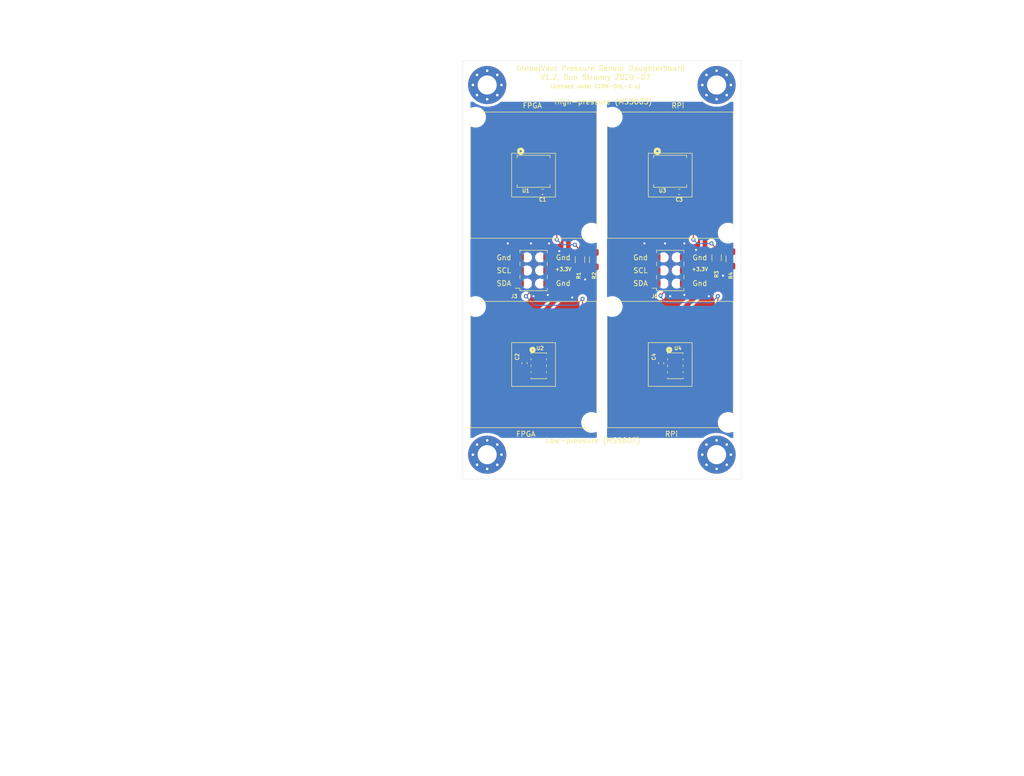
<source format=kicad_pcb>
(kicad_pcb (version 20171130) (host pcbnew "(5.1.4)-1")

  (general
    (thickness 1.6)
    (drawings 75)
    (tracks 161)
    (zones 0)
    (modules 22)
    (nets 19)
  )

  (page A4)
  (title_block
    (title "GlobalVent: Pressure sensor daughterboard")
    (date 2020-07-05)
    (rev 1.2)
    (company "US GlobalVent Team")
    (comment 1 "Don Straney")
  )

  (layers
    (0 F.Cu signal)
    (31 B.Cu signal)
    (32 B.Adhes user)
    (33 F.Adhes user)
    (34 B.Paste user)
    (35 F.Paste user)
    (36 B.SilkS user)
    (37 F.SilkS user)
    (38 B.Mask user)
    (39 F.Mask user)
    (40 Dwgs.User user)
    (41 Cmts.User user)
    (42 Eco1.User user)
    (43 Eco2.User user)
    (44 Edge.Cuts user)
    (45 Margin user)
    (46 B.CrtYd user)
    (47 F.CrtYd user)
    (48 B.Fab user)
    (49 F.Fab user)
  )

  (setup
    (last_trace_width 0.2)
    (user_trace_width 0.2)
    (user_trace_width 0.25)
    (user_trace_width 0.6)
    (user_trace_width 0.9)
    (user_trace_width 2)
    (trace_clearance 0.2)
    (zone_clearance 0.508)
    (zone_45_only no)
    (trace_min 0.2)
    (via_size 0.8)
    (via_drill 0.4)
    (via_min_size 0.4)
    (via_min_drill 0.3)
    (user_via 0.82 0.41)
    (uvia_size 0.3)
    (uvia_drill 0.1)
    (uvias_allowed no)
    (uvia_min_size 0.2)
    (uvia_min_drill 0.1)
    (edge_width 0.05)
    (segment_width 0.2)
    (pcb_text_width 0.3)
    (pcb_text_size 1.5 1.5)
    (mod_edge_width 0.12)
    (mod_text_size 1 1)
    (mod_text_width 0.15)
    (pad_size 0.97 0.97)
    (pad_drill 0.97)
    (pad_to_mask_clearance 0.051)
    (solder_mask_min_width 0.25)
    (aux_axis_origin 0 0)
    (visible_elements FFFDFF7F)
    (pcbplotparams
      (layerselection 0x010f8_ffffffff)
      (usegerberextensions false)
      (usegerberattributes false)
      (usegerberadvancedattributes false)
      (creategerberjobfile false)
      (excludeedgelayer true)
      (linewidth 0.100000)
      (plotframeref false)
      (viasonmask true)
      (mode 1)
      (useauxorigin false)
      (hpglpennumber 1)
      (hpglpenspeed 20)
      (hpglpendiameter 15.000000)
      (psnegative false)
      (psa4output false)
      (plotreference true)
      (plotvalue false)
      (plotinvisibletext false)
      (padsonsilk false)
      (subtractmaskfromsilk false)
      (outputformat 1)
      (mirror false)
      (drillshape 0)
      (scaleselection 1)
      (outputdirectory "manufacturing/"))
  )

  (net 0 "")
  (net 1 +3V3)
  (net 2 GND)
  (net 3 "Net-(H1-Pad1)")
  (net 4 "Net-(H2-Pad1)")
  (net 5 "Net-(H3-Pad1)")
  (net 6 "Net-(H4-Pad1)")
  (net 7 "Net-(R1-Pad1)")
  (net 8 "Net-(R2-Pad2)")
  (net 9 "Net-(U1-Pad8)")
  (net 10 "Net-(U2-Pad6)")
  (net 11 "/Sensors (FPGA)/SDA")
  (net 12 "/Sensors (FPGA)/SCL")
  (net 13 "/Sensors (RPi)/SDA")
  (net 14 "/Sensors (RPi)/SCL")
  (net 15 "Net-(R3-Pad1)")
  (net 16 "Net-(R4-Pad2)")
  (net 17 "Net-(U3-Pad8)")
  (net 18 "Net-(U4-Pad6)")

  (net_class Default "This is the default net class."
    (clearance 0.2)
    (trace_width 0.25)
    (via_dia 0.8)
    (via_drill 0.4)
    (uvia_dia 0.3)
    (uvia_drill 0.1)
    (add_net +3V3)
    (add_net "/Sensors (FPGA)/SCL")
    (add_net "/Sensors (FPGA)/SDA")
    (add_net "/Sensors (RPi)/SCL")
    (add_net "/Sensors (RPi)/SDA")
    (add_net GND)
    (add_net "Net-(H1-Pad1)")
    (add_net "Net-(H2-Pad1)")
    (add_net "Net-(H3-Pad1)")
    (add_net "Net-(H4-Pad1)")
    (add_net "Net-(R1-Pad1)")
    (add_net "Net-(R2-Pad2)")
    (add_net "Net-(R3-Pad1)")
    (add_net "Net-(R4-Pad2)")
    (add_net "Net-(U1-Pad8)")
    (add_net "Net-(U2-Pad6)")
    (add_net "Net-(U3-Pad8)")
    (add_net "Net-(U4-Pad6)")
  )

  (module Pressure_sensors:TE_MS5607-02BA03 (layer F.Cu) (tedit 5EF7BF6C) (tstamp 5F014031)
    (at 155.5 88)
    (descr "TE MS5607-02BA03 barometric pressure sensor")
    (tags "pressure sensor barom")
    (path /5F065BFC/5F05EAE6)
    (attr smd)
    (fp_text reference U4 (at 0.5 -3.4) (layer F.SilkS)
      (effects (font (size 0.7 0.7) (thickness 0.15)))
    )
    (fp_text value MS5607-02BA03 (at 0 -0.5) (layer F.Fab) hide
      (effects (font (size 1 1) (thickness 0.15)))
    )
    (fp_line (start 1.5 -0.2) (end 1.5 0.2) (layer F.SilkS) (width 0.12))
    (fp_line (start -1.5 -0.2) (end -1.5 0.2) (layer F.SilkS) (width 0.12))
    (fp_line (start 1.5 2.5) (end 1.5 2.3) (layer F.SilkS) (width 0.12))
    (fp_line (start -1.5 2.5) (end 1.5 2.5) (layer F.SilkS) (width 0.12))
    (fp_line (start -1.5 2.3) (end -1.5 2.5) (layer F.SilkS) (width 0.12))
    (fp_line (start -1.5 1.1) (end -1.5 1.4) (layer F.SilkS) (width 0.12))
    (fp_line (start 1.5 1.1) (end 1.5 1.4) (layer F.SilkS) (width 0.12))
    (fp_line (start 1.5 -1.4) (end 1.5 -1.1) (layer F.SilkS) (width 0.12))
    (fp_line (start -1.5 -1.4) (end -1.5 -1.1) (layer F.SilkS) (width 0.12))
    (fp_line (start 1.5 -2.5) (end 1.5 -2.3) (layer F.SilkS) (width 0.12))
    (fp_line (start -1.5 -2.5) (end 1.5 -2.5) (layer F.SilkS) (width 0.12))
    (fp_line (start -1.5 -2.3) (end -1.5 -2.5) (layer F.SilkS) (width 0.12))
    (fp_text user %R (at -0.1 0 90) (layer F.Fab)
      (effects (font (size 0.7 0.7) (thickness 0.05)))
    )
    (fp_circle (center -1.2 -3.1) (end -1.1 -3.1) (layer F.SilkS) (width 0.5))
    (fp_circle (center -1.1 -2.1) (end -1 -2.1) (layer F.Fab) (width 0.2))
    (fp_line (start -1.5 2.5) (end -1.5 -2.5) (layer F.Fab) (width 0.05))
    (fp_line (start 1.5 2.5) (end -1.5 2.5) (layer F.Fab) (width 0.05))
    (fp_line (start 1.5 -2.5) (end 1.5 2.5) (layer F.Fab) (width 0.05))
    (fp_line (start -1.5 -2.5) (end 1.5 -2.5) (layer F.Fab) (width 0.05))
    (pad 8 smd rect (at 1.1 -1.875) (size 1.1 0.6) (layers F.Cu F.Paste F.Mask)
      (net 14 "/Sensors (RPi)/SCL"))
    (pad 7 smd rect (at 1.1 -0.625) (size 1.1 0.6) (layers F.Cu F.Paste F.Mask))
    (pad 6 smd rect (at 1.1 0.625) (size 1.1 0.6) (layers F.Cu F.Paste F.Mask)
      (net 18 "Net-(U4-Pad6)"))
    (pad 5 smd rect (at 1.1 1.875) (size 1.1 0.6) (layers F.Cu F.Paste F.Mask)
      (net 16 "Net-(R4-Pad2)"))
    (pad 4 smd rect (at -1.1 1.875) (size 1.1 0.6) (layers F.Cu F.Paste F.Mask)
      (net 13 "/Sensors (RPi)/SDA"))
    (pad 3 smd rect (at -1.1 0.625) (size 1.1 0.6) (layers F.Cu F.Paste F.Mask)
      (net 2 GND))
    (pad 2 smd rect (at -1.1 -0.625) (size 1.1 0.6) (layers F.Cu F.Paste F.Mask)
      (net 1 +3V3))
    (pad 1 smd rect (at -1.1 -1.875) (size 1.1 0.6) (layers F.Cu F.Paste F.Mask)
      (net 1 +3V3))
  )

  (module Pressure_sensors:TE_MS5803-05BA (layer F.Cu) (tedit 5EF7BF73) (tstamp 5F013EC6)
    (at 154.5 50.25 180)
    (descr "TE MS5803-05BA altimeter/dive pressure sensor")
    (tags "sensor pressure barom")
    (path /5F065BFC/5F05EA8A)
    (attr smd)
    (fp_text reference U3 (at 1.5 -3.75) (layer F.SilkS)
      (effects (font (size 0.7 0.7) (thickness 0.15)))
    )
    (fp_text value MS5803-05BA (at 0 -0.5) (layer F.Fab) hide
      (effects (font (size 1 1) (thickness 0.15)))
    )
    (fp_circle (center 2.4 2.2) (end 2.5 2.2) (layer F.Fab) (width 0.2))
    (fp_text user %R (at 0 0) (layer F.Fab)
      (effects (font (size 0.7 0.7) (thickness 0.05)))
    )
    (fp_circle (center 2.5 3.9) (end 2.7 3.9) (layer F.SilkS) (width 0.5))
    (fp_line (start 3.2 -3.1) (end 3.2 -2.6) (layer F.SilkS) (width 0.12))
    (fp_line (start -3.2 -3.1) (end 3.2 -3.1) (layer F.SilkS) (width 0.12))
    (fp_line (start -3.2 -2.6) (end -3.2 -3.1) (layer F.SilkS) (width 0.12))
    (fp_line (start 3.2 3.1) (end 3.2 2.6) (layer F.SilkS) (width 0.12))
    (fp_line (start -3.2 3.1) (end 3.2 3.1) (layer F.SilkS) (width 0.12))
    (fp_line (start -3.2 3.1) (end -3.2 2.6) (layer F.SilkS) (width 0.12))
    (fp_line (start 3.2 3.1) (end -3.2 3.1) (layer F.Fab) (width 0.05))
    (fp_line (start 3.2 -3.1) (end 3.2 3.1) (layer F.Fab) (width 0.05))
    (fp_line (start -3.2 -3.1) (end 3.2 -3.1) (layer F.Fab) (width 0.05))
    (fp_line (start -3.2 3.1) (end -3.2 -3.1) (layer F.Fab) (width 0.05))
    (pad 8 smd rect (at -2.68 1.9 180) (size 2.25 0.9) (layers F.Cu F.Paste F.Mask)
      (net 17 "Net-(U3-Pad8)"))
    (pad 7 smd rect (at -2.68 0.65 180) (size 2.25 0.9) (layers F.Cu F.Paste F.Mask)
      (net 13 "/Sensors (RPi)/SDA"))
    (pad 6 smd rect (at -2.68 -0.65 180) (size 2.25 0.9) (layers F.Cu F.Paste F.Mask)
      (net 1 +3V3))
    (pad 5 smd rect (at -2.68 -1.9 180) (size 2.25 0.9) (layers F.Cu F.Paste F.Mask)
      (net 1 +3V3))
    (pad 4 smd rect (at 2.68 -1.9 180) (size 2.25 0.9) (layers F.Cu F.Paste F.Mask))
    (pad 3 smd rect (at 2.41 -0.65 180) (size 2.8 0.9) (layers F.Cu F.Paste F.Mask)
      (net 15 "Net-(R3-Pad1)"))
    (pad 2 smd rect (at 2.68 0.65 180) (size 2.25 0.9) (layers F.Cu F.Paste F.Mask)
      (net 2 GND))
    (pad 1 smd rect (at 2.68 1.9 180) (size 2.25 0.9) (layers F.Cu F.Paste F.Mask)
      (net 14 "/Sensors (RPi)/SCL"))
  )

  (module Resistor_SMD:R_1206_3216Metric (layer F.Cu) (tedit 5B301BBD) (tstamp 5F013F06)
    (at 166.25 67.25 270)
    (descr "Resistor SMD 1206 (3216 Metric), square (rectangular) end terminal, IPC_7351 nominal, (Body size source: http://www.tortai-tech.com/upload/download/2011102023233369053.pdf), generated with kicad-footprint-generator")
    (tags resistor)
    (path /5F065BFC/5F05EABE)
    (attr smd)
    (fp_text reference R4 (at 3.25 0 90) (layer F.SilkS)
      (effects (font (size 0.7 0.7) (thickness 0.15)))
    )
    (fp_text value 0 (at 0 1.82 90) (layer F.Fab) hide
      (effects (font (size 1 1) (thickness 0.15)))
    )
    (fp_text user %R (at 0 0 90) (layer F.Fab)
      (effects (font (size 0.8 0.8) (thickness 0.05)))
    )
    (fp_line (start 2.28 1.12) (end -2.28 1.12) (layer F.CrtYd) (width 0.05))
    (fp_line (start 2.28 -1.12) (end 2.28 1.12) (layer F.CrtYd) (width 0.05))
    (fp_line (start -2.28 -1.12) (end 2.28 -1.12) (layer F.CrtYd) (width 0.05))
    (fp_line (start -2.28 1.12) (end -2.28 -1.12) (layer F.CrtYd) (width 0.05))
    (fp_line (start -0.602064 0.91) (end 0.602064 0.91) (layer F.SilkS) (width 0.12))
    (fp_line (start -0.602064 -0.91) (end 0.602064 -0.91) (layer F.SilkS) (width 0.12))
    (fp_line (start 1.6 0.8) (end -1.6 0.8) (layer F.Fab) (width 0.1))
    (fp_line (start 1.6 -0.8) (end 1.6 0.8) (layer F.Fab) (width 0.1))
    (fp_line (start -1.6 -0.8) (end 1.6 -0.8) (layer F.Fab) (width 0.1))
    (fp_line (start -1.6 0.8) (end -1.6 -0.8) (layer F.Fab) (width 0.1))
    (pad 2 smd roundrect (at 1.4 0 270) (size 1.25 1.75) (layers F.Cu F.Paste F.Mask) (roundrect_rratio 0.2)
      (net 16 "Net-(R4-Pad2)"))
    (pad 1 smd roundrect (at -1.4 0 270) (size 1.25 1.75) (layers F.Cu F.Paste F.Mask) (roundrect_rratio 0.2)
      (net 1 +3V3))
    (model ${KISYS3DMOD}/Resistor_SMD.3dshapes/R_1206_3216Metric.wrl
      (at (xyz 0 0 0))
      (scale (xyz 1 1 1))
      (rotate (xyz 0 0 0))
    )
  )

  (module Resistor_SMD:R_1206_3216Metric (layer F.Cu) (tedit 5B301BBD) (tstamp 5F013F36)
    (at 163.5 67 270)
    (descr "Resistor SMD 1206 (3216 Metric), square (rectangular) end terminal, IPC_7351 nominal, (Body size source: http://www.tortai-tech.com/upload/download/2011102023233369053.pdf), generated with kicad-footprint-generator")
    (tags resistor)
    (path /5F065BFC/5F05EAC8)
    (attr smd)
    (fp_text reference R3 (at 3.25 0 90) (layer F.SilkS)
      (effects (font (size 0.7 0.7) (thickness 0.15)))
    )
    (fp_text value 0 (at 0 1.82 90) (layer F.Fab) hide
      (effects (font (size 1 1) (thickness 0.15)))
    )
    (fp_text user %R (at 0 0 90) (layer F.Fab)
      (effects (font (size 0.8 0.8) (thickness 0.05)))
    )
    (fp_line (start 2.28 1.12) (end -2.28 1.12) (layer F.CrtYd) (width 0.05))
    (fp_line (start 2.28 -1.12) (end 2.28 1.12) (layer F.CrtYd) (width 0.05))
    (fp_line (start -2.28 -1.12) (end 2.28 -1.12) (layer F.CrtYd) (width 0.05))
    (fp_line (start -2.28 1.12) (end -2.28 -1.12) (layer F.CrtYd) (width 0.05))
    (fp_line (start -0.602064 0.91) (end 0.602064 0.91) (layer F.SilkS) (width 0.12))
    (fp_line (start -0.602064 -0.91) (end 0.602064 -0.91) (layer F.SilkS) (width 0.12))
    (fp_line (start 1.6 0.8) (end -1.6 0.8) (layer F.Fab) (width 0.1))
    (fp_line (start 1.6 -0.8) (end 1.6 0.8) (layer F.Fab) (width 0.1))
    (fp_line (start -1.6 -0.8) (end 1.6 -0.8) (layer F.Fab) (width 0.1))
    (fp_line (start -1.6 0.8) (end -1.6 -0.8) (layer F.Fab) (width 0.1))
    (pad 2 smd roundrect (at 1.4 0 270) (size 1.25 1.75) (layers F.Cu F.Paste F.Mask) (roundrect_rratio 0.2)
      (net 2 GND))
    (pad 1 smd roundrect (at -1.4 0 270) (size 1.25 1.75) (layers F.Cu F.Paste F.Mask) (roundrect_rratio 0.2)
      (net 15 "Net-(R3-Pad1)"))
    (model ${KISYS3DMOD}/Resistor_SMD.3dshapes/R_1206_3216Metric.wrl
      (at (xyz 0 0 0))
      (scale (xyz 1 1 1))
      (rotate (xyz 0 0 0))
    )
  )

  (module Pressure_sensors:Samtec_HLE-103-02-xxx-DV-BE_2x03_P2.54mm_Horizontal (layer F.Cu) (tedit 5F00D1B4) (tstamp 5F013FC9)
    (at 154.5 69.5 90)
    (descr "Samtec HLE .100\" Tiger Beam Cost-effective Single Beam Socket Strip, HLE-103-02-xxx-DV-BE, 3 Pins per row (http://suddendocs.samtec.com/prints/hle-1xx-02-xxx-dv-xx-xx-xx-mkt.pdf, http://suddendocs.samtec.com/prints/hle-dv-footprint.pdf), generated with kicad-footprint-generator")
    (tags "connector Samtec HLE top entry")
    (path /5F065BFC/5F05EB21)
    (attr smd)
    (fp_text reference J6 (at -5 -3 180) (layer F.SilkS)
      (effects (font (size 0.7 0.7) (thickness 0.15)))
    )
    (fp_text value Conn_02x03_Odd_Even (at 0 4.76 90) (layer F.Fab) hide
      (effects (font (size 1 1) (thickness 0.15)))
    )
    (fp_line (start -3.81 -2.54) (end 3.81 -2.54) (layer F.Fab) (width 0.1))
    (fp_line (start 3.81 -2.54) (end 3.81 2.54) (layer F.Fab) (width 0.1))
    (fp_line (start 3.81 2.54) (end -3.81 2.54) (layer F.Fab) (width 0.1))
    (fp_line (start -3.81 2.54) (end -3.81 -2.54) (layer F.Fab) (width 0.1))
    (fp_line (start -3.04 -2.54) (end -2.54 -1.832893) (layer F.Fab) (width 0.1))
    (fp_line (start -2.54 -1.832893) (end -2.04 -2.54) (layer F.Fab) (width 0.1))
    (fp_line (start -3.435 -3.56) (end -3.435 -2.65) (layer F.SilkS) (width 0.12))
    (fp_line (start -3.435 -2.65) (end -3.92 -2.65) (layer F.SilkS) (width 0.12))
    (fp_line (start -3.92 -2.65) (end -3.92 2.65) (layer F.SilkS) (width 0.12))
    (fp_line (start -3.92 2.65) (end -3.435 2.65) (layer F.SilkS) (width 0.12))
    (fp_line (start 3.435 -2.65) (end 3.92 -2.65) (layer F.SilkS) (width 0.12))
    (fp_line (start 3.92 -2.65) (end 3.92 2.65) (layer F.SilkS) (width 0.12))
    (fp_line (start 3.92 2.65) (end 3.435 2.65) (layer F.SilkS) (width 0.12))
    (fp_line (start -1.645 -2.65) (end -0.895 -2.65) (layer F.SilkS) (width 0.12))
    (fp_line (start -1.645 2.65) (end -0.895 2.65) (layer F.SilkS) (width 0.12))
    (fp_line (start 0.895 -2.65) (end 1.645 -2.65) (layer F.SilkS) (width 0.12))
    (fp_line (start 0.895 2.65) (end 1.645 2.65) (layer F.SilkS) (width 0.12))
    (fp_line (start -4.31 -4.06) (end 4.31 -4.06) (layer F.CrtYd) (width 0.05))
    (fp_line (start 4.31 -4.06) (end 4.31 4.06) (layer F.CrtYd) (width 0.05))
    (fp_line (start 4.31 4.06) (end -4.31 4.06) (layer F.CrtYd) (width 0.05))
    (fp_line (start -4.31 4.06) (end -4.31 -4.06) (layer F.CrtYd) (width 0.05))
    (fp_text user %R (at 0 1.84 90) (layer F.Fab)
      (effects (font (size 1 1) (thickness 0.05)))
    )
    (pad "" np_thru_hole circle (at -2.54 -1.27 90) (size 0.97 0.97) (drill 0.97) (layers *.Cu *.Mask))
    (pad "" np_thru_hole circle (at -2.54 1.27 90) (size 0.97 0.97) (drill 0.97) (layers *.Cu *.Mask))
    (pad "" np_thru_hole circle (at 0 -1.27 90) (size 0.97 0.97) (drill 0.97) (layers *.Cu *.Mask))
    (pad "" np_thru_hole circle (at 0 1.27 90) (size 0.97 0.97) (drill 0.97) (layers *.Cu *.Mask))
    (pad "" np_thru_hole circle (at 2.54 -1.27 90) (size 0.97 0.97) (drill 0.97) (layers *.Cu *.Mask))
    (pad "" np_thru_hole circle (at 2.54 1.27 90) (size 0.97 0.97) (drill 0.97) (layers *.Cu *.Mask))
    (pad 1 smd rect (at -2.54 -2.72 90) (size 1.27 1.68) (layers F.Cu F.Paste F.Mask)
      (net 13 "/Sensors (RPi)/SDA"))
    (pad 3 smd rect (at 0 -2.72 90) (size 1.27 1.68) (layers F.Cu F.Paste F.Mask)
      (net 14 "/Sensors (RPi)/SCL"))
    (pad 5 smd rect (at 2.54 -2.72 90) (size 1.27 1.68) (layers F.Cu F.Paste F.Mask)
      (net 2 GND))
    (pad 2 smd rect (at -2.54 2.72 90) (size 1.27 1.68) (layers F.Cu F.Paste F.Mask)
      (net 2 GND))
    (pad 4 smd rect (at 0 2.72 90) (size 1.27 1.68) (layers F.Cu F.Paste F.Mask)
      (net 1 +3V3))
    (pad 6 smd rect (at 2.54 2.72 90) (size 1.27 1.68) (layers F.Cu F.Paste F.Mask)
      (net 2 GND))
    (model ${KIPRJMOD}/3d/HLE-103-02-L-DV-BE-K-TR.stp
      (at (xyz 0 0 0))
      (scale (xyz 1 1 1))
      (rotate (xyz -90 0 0))
    )
  )

  (module Pressure_sensors:Sensor_cap_glued_8.5x8.5 (layer F.Cu) (tedit 5F00D262) (tstamp 5F013F8A)
    (at 154.5 51)
    (path /5F065BFC/5F05EAD8)
    (attr virtual)
    (fp_text reference J5 (at 0 -13.25) (layer F.SilkS) hide
      (effects (font (size 0.7 0.7) (thickness 0.15)))
    )
    (fp_text value Pressure_sensor_barb (at 0 -0.5) (layer F.Fab) hide
      (effects (font (size 1 1) (thickness 0.15)))
    )
    (fp_line (start 12.25 -12.25) (end 12.25 12.25) (layer F.SilkS) (width 0.12))
    (fp_line (start -12.25 12.25) (end -12.25 -12.25) (layer F.SilkS) (width 0.12))
    (fp_line (start 12.25 12.25) (end -12.25 12.25) (layer F.SilkS) (width 0.12))
    (fp_line (start -4.25 -4.25) (end 4.25 -4.25) (layer F.SilkS) (width 0.12))
    (fp_line (start -4.25 4.25) (end -4.25 -4.25) (layer F.SilkS) (width 0.12))
    (fp_line (start -12.25 -12.25) (end 12.25 -12.25) (layer F.SilkS) (width 0.12))
    (fp_line (start 4.25 -4.25) (end 4.25 4.25) (layer F.SilkS) (width 0.12))
    (fp_line (start 4.25 4.25) (end -4.25 4.25) (layer F.SilkS) (width 0.12))
    (pad "" np_thru_hole circle (at -11.25 -11.25) (size 3 3) (drill 3) (layers *.Cu *.Mask))
    (pad "" np_thru_hole circle (at 11.25 11.25) (size 3 3) (drill 3) (layers *.Cu *.Mask))
  )

  (module Pressure_sensors:Sensor_cap_glued_8.5x8.5 (layer F.Cu) (tedit 5F00D262) (tstamp 5F013F63)
    (at 154.5 87.75)
    (path /5F065BFC/5F05EADE)
    (attr virtual)
    (fp_text reference J4 (at 0 -13.25) (layer F.SilkS) hide
      (effects (font (size 0.7 0.7) (thickness 0.15)))
    )
    (fp_text value Pressure_sensor_barb (at 0 -0.5) (layer F.Fab) hide
      (effects (font (size 1 1) (thickness 0.15)))
    )
    (fp_line (start 12.25 -12.25) (end 12.25 12.25) (layer F.SilkS) (width 0.12))
    (fp_line (start -12.25 12.25) (end -12.25 -12.25) (layer F.SilkS) (width 0.12))
    (fp_line (start 12.25 12.25) (end -12.25 12.25) (layer F.SilkS) (width 0.12))
    (fp_line (start -4.25 -4.25) (end 4.25 -4.25) (layer F.SilkS) (width 0.12))
    (fp_line (start -4.25 4.25) (end -4.25 -4.25) (layer F.SilkS) (width 0.12))
    (fp_line (start -12.25 -12.25) (end 12.25 -12.25) (layer F.SilkS) (width 0.12))
    (fp_line (start 4.25 -4.25) (end 4.25 4.25) (layer F.SilkS) (width 0.12))
    (fp_line (start 4.25 4.25) (end -4.25 4.25) (layer F.SilkS) (width 0.12))
    (pad "" np_thru_hole circle (at -11.25 -11.25) (size 3 3) (drill 3) (layers *.Cu *.Mask))
    (pad "" np_thru_hole circle (at 11.25 11.25) (size 3 3) (drill 3) (layers *.Cu *.Mask))
  )

  (module Capacitor_SMD:C_0603_1608Metric (layer F.Cu) (tedit 5B301BBE) (tstamp 5F013D9E)
    (at 152.75 87.5 90)
    (descr "Capacitor SMD 0603 (1608 Metric), square (rectangular) end terminal, IPC_7351 nominal, (Body size source: http://www.tortai-tech.com/upload/download/2011102023233369053.pdf), generated with kicad-footprint-generator")
    (tags capacitor)
    (path /5F065BFC/5F05EA92)
    (attr smd)
    (fp_text reference C4 (at 1.25 -1.43 90) (layer F.SilkS)
      (effects (font (size 0.7 0.7) (thickness 0.15)))
    )
    (fp_text value "100nF 50V X7R" (at 0 1.43 90) (layer F.Fab) hide
      (effects (font (size 1 1) (thickness 0.15)))
    )
    (fp_text user %R (at 0 0 90) (layer F.Fab)
      (effects (font (size 0.4 0.4) (thickness 0.05)))
    )
    (fp_line (start 1.48 0.73) (end -1.48 0.73) (layer F.CrtYd) (width 0.05))
    (fp_line (start 1.48 -0.73) (end 1.48 0.73) (layer F.CrtYd) (width 0.05))
    (fp_line (start -1.48 -0.73) (end 1.48 -0.73) (layer F.CrtYd) (width 0.05))
    (fp_line (start -1.48 0.73) (end -1.48 -0.73) (layer F.CrtYd) (width 0.05))
    (fp_line (start -0.162779 0.51) (end 0.162779 0.51) (layer F.SilkS) (width 0.12))
    (fp_line (start -0.162779 -0.51) (end 0.162779 -0.51) (layer F.SilkS) (width 0.12))
    (fp_line (start 0.8 0.4) (end -0.8 0.4) (layer F.Fab) (width 0.1))
    (fp_line (start 0.8 -0.4) (end 0.8 0.4) (layer F.Fab) (width 0.1))
    (fp_line (start -0.8 -0.4) (end 0.8 -0.4) (layer F.Fab) (width 0.1))
    (fp_line (start -0.8 0.4) (end -0.8 -0.4) (layer F.Fab) (width 0.1))
    (pad 2 smd roundrect (at 0.7875 0 90) (size 0.875 0.95) (layers F.Cu F.Paste F.Mask) (roundrect_rratio 0.25)
      (net 1 +3V3))
    (pad 1 smd roundrect (at -0.7875 0 90) (size 0.875 0.95) (layers F.Cu F.Paste F.Mask) (roundrect_rratio 0.25)
      (net 2 GND))
    (model ${KISYS3DMOD}/Capacitor_SMD.3dshapes/C_0603_1608Metric.wrl
      (at (xyz 0 0 0))
      (scale (xyz 1 1 1))
      (rotate (xyz 0 0 0))
    )
  )

  (module Capacitor_SMD:C_0603_1608Metric (layer F.Cu) (tedit 5B301BBE) (tstamp 5F013DCE)
    (at 156.25 54.25)
    (descr "Capacitor SMD 0603 (1608 Metric), square (rectangular) end terminal, IPC_7351 nominal, (Body size source: http://www.tortai-tech.com/upload/download/2011102023233369053.pdf), generated with kicad-footprint-generator")
    (tags capacitor)
    (path /5F065BFC/5F05EAA6)
    (attr smd)
    (fp_text reference C3 (at 0 1.5) (layer F.SilkS)
      (effects (font (size 0.7 0.7) (thickness 0.15)))
    )
    (fp_text value "100nF 50V X7R" (at 0 1.43) (layer F.Fab) hide
      (effects (font (size 1 1) (thickness 0.15)))
    )
    (fp_text user %R (at 0 0) (layer F.Fab)
      (effects (font (size 0.4 0.4) (thickness 0.05)))
    )
    (fp_line (start 1.48 0.73) (end -1.48 0.73) (layer F.CrtYd) (width 0.05))
    (fp_line (start 1.48 -0.73) (end 1.48 0.73) (layer F.CrtYd) (width 0.05))
    (fp_line (start -1.48 -0.73) (end 1.48 -0.73) (layer F.CrtYd) (width 0.05))
    (fp_line (start -1.48 0.73) (end -1.48 -0.73) (layer F.CrtYd) (width 0.05))
    (fp_line (start -0.162779 0.51) (end 0.162779 0.51) (layer F.SilkS) (width 0.12))
    (fp_line (start -0.162779 -0.51) (end 0.162779 -0.51) (layer F.SilkS) (width 0.12))
    (fp_line (start 0.8 0.4) (end -0.8 0.4) (layer F.Fab) (width 0.1))
    (fp_line (start 0.8 -0.4) (end 0.8 0.4) (layer F.Fab) (width 0.1))
    (fp_line (start -0.8 -0.4) (end 0.8 -0.4) (layer F.Fab) (width 0.1))
    (fp_line (start -0.8 0.4) (end -0.8 -0.4) (layer F.Fab) (width 0.1))
    (pad 2 smd roundrect (at 0.7875 0) (size 0.875 0.95) (layers F.Cu F.Paste F.Mask) (roundrect_rratio 0.25)
      (net 1 +3V3))
    (pad 1 smd roundrect (at -0.7875 0) (size 0.875 0.95) (layers F.Cu F.Paste F.Mask) (roundrect_rratio 0.25)
      (net 2 GND))
    (model ${KISYS3DMOD}/Capacitor_SMD.3dshapes/C_0603_1608Metric.wrl
      (at (xyz 0 0 0))
      (scale (xyz 1 1 1))
      (rotate (xyz 0 0 0))
    )
  )

  (module Pressure_sensors:Sensor_cap_glued_8.5x8.5 (layer F.Cu) (tedit 5F00D262) (tstamp 5F010521)
    (at 128 51)
    (path /5F04EA78/5F05EAD8)
    (attr virtual)
    (fp_text reference J2 (at 0 -13.25) (layer F.SilkS) hide
      (effects (font (size 0.7 0.7) (thickness 0.15)))
    )
    (fp_text value Pressure_sensor_barb (at 0 -0.5) (layer F.Fab) hide
      (effects (font (size 1 1) (thickness 0.15)))
    )
    (fp_line (start 12.25 -12.25) (end 12.25 12.25) (layer F.SilkS) (width 0.12))
    (fp_line (start -12.25 12.25) (end -12.25 -12.25) (layer F.SilkS) (width 0.12))
    (fp_line (start 12.25 12.25) (end -12.25 12.25) (layer F.SilkS) (width 0.12))
    (fp_line (start -4.25 -4.25) (end 4.25 -4.25) (layer F.SilkS) (width 0.12))
    (fp_line (start -4.25 4.25) (end -4.25 -4.25) (layer F.SilkS) (width 0.12))
    (fp_line (start -12.25 -12.25) (end 12.25 -12.25) (layer F.SilkS) (width 0.12))
    (fp_line (start 4.25 -4.25) (end 4.25 4.25) (layer F.SilkS) (width 0.12))
    (fp_line (start 4.25 4.25) (end -4.25 4.25) (layer F.SilkS) (width 0.12))
    (pad "" np_thru_hole circle (at -11.25 -11.25) (size 3 3) (drill 3) (layers *.Cu *.Mask))
    (pad "" np_thru_hole circle (at 11.25 11.25) (size 3 3) (drill 3) (layers *.Cu *.Mask))
  )

  (module Pressure_sensors:Sensor_cap_glued_8.5x8.5 (layer F.Cu) (tedit 5F00D262) (tstamp 5F010513)
    (at 128 87.75)
    (path /5F04EA78/5F05EADE)
    (attr virtual)
    (fp_text reference J1 (at 0 -13.25) (layer F.SilkS) hide
      (effects (font (size 0.7 0.7) (thickness 0.15)))
    )
    (fp_text value Pressure_sensor_barb (at 0 -0.5) (layer F.Fab) hide
      (effects (font (size 1 1) (thickness 0.15)))
    )
    (fp_line (start 12.25 -12.25) (end 12.25 12.25) (layer F.SilkS) (width 0.12))
    (fp_line (start -12.25 12.25) (end -12.25 -12.25) (layer F.SilkS) (width 0.12))
    (fp_line (start 12.25 12.25) (end -12.25 12.25) (layer F.SilkS) (width 0.12))
    (fp_line (start -4.25 -4.25) (end 4.25 -4.25) (layer F.SilkS) (width 0.12))
    (fp_line (start -4.25 4.25) (end -4.25 -4.25) (layer F.SilkS) (width 0.12))
    (fp_line (start -12.25 -12.25) (end 12.25 -12.25) (layer F.SilkS) (width 0.12))
    (fp_line (start 4.25 -4.25) (end 4.25 4.25) (layer F.SilkS) (width 0.12))
    (fp_line (start 4.25 4.25) (end -4.25 4.25) (layer F.SilkS) (width 0.12))
    (pad "" np_thru_hole circle (at -11.25 -11.25) (size 3 3) (drill 3) (layers *.Cu *.Mask))
    (pad "" np_thru_hole circle (at 11.25 11.25) (size 3 3) (drill 3) (layers *.Cu *.Mask))
  )

  (module Pressure_sensors:Samtec_HLE-103-02-xxx-DV-BE_2x03_P2.54mm_Horizontal (layer F.Cu) (tedit 5F00D1B4) (tstamp 5F010547)
    (at 128 69.5 90)
    (descr "Samtec HLE .100\" Tiger Beam Cost-effective Single Beam Socket Strip, HLE-103-02-xxx-DV-BE, 3 Pins per row (http://suddendocs.samtec.com/prints/hle-1xx-02-xxx-dv-xx-xx-xx-mkt.pdf, http://suddendocs.samtec.com/prints/hle-dv-footprint.pdf), generated with kicad-footprint-generator")
    (tags "connector Samtec HLE top entry")
    (path /5F04EA78/5F05EB21)
    (attr smd)
    (fp_text reference J3 (at -5 -3.75 180) (layer F.SilkS)
      (effects (font (size 0.7 0.7) (thickness 0.15)))
    )
    (fp_text value Conn_02x03_Odd_Even (at 0 4.76 90) (layer F.Fab) hide
      (effects (font (size 1 1) (thickness 0.15)))
    )
    (fp_line (start -3.81 -2.54) (end 3.81 -2.54) (layer F.Fab) (width 0.1))
    (fp_line (start 3.81 -2.54) (end 3.81 2.54) (layer F.Fab) (width 0.1))
    (fp_line (start 3.81 2.54) (end -3.81 2.54) (layer F.Fab) (width 0.1))
    (fp_line (start -3.81 2.54) (end -3.81 -2.54) (layer F.Fab) (width 0.1))
    (fp_line (start -3.04 -2.54) (end -2.54 -1.832893) (layer F.Fab) (width 0.1))
    (fp_line (start -2.54 -1.832893) (end -2.04 -2.54) (layer F.Fab) (width 0.1))
    (fp_line (start -3.435 -3.56) (end -3.435 -2.65) (layer F.SilkS) (width 0.12))
    (fp_line (start -3.435 -2.65) (end -3.92 -2.65) (layer F.SilkS) (width 0.12))
    (fp_line (start -3.92 -2.65) (end -3.92 2.65) (layer F.SilkS) (width 0.12))
    (fp_line (start -3.92 2.65) (end -3.435 2.65) (layer F.SilkS) (width 0.12))
    (fp_line (start 3.435 -2.65) (end 3.92 -2.65) (layer F.SilkS) (width 0.12))
    (fp_line (start 3.92 -2.65) (end 3.92 2.65) (layer F.SilkS) (width 0.12))
    (fp_line (start 3.92 2.65) (end 3.435 2.65) (layer F.SilkS) (width 0.12))
    (fp_line (start -1.645 -2.65) (end -0.895 -2.65) (layer F.SilkS) (width 0.12))
    (fp_line (start -1.645 2.65) (end -0.895 2.65) (layer F.SilkS) (width 0.12))
    (fp_line (start 0.895 -2.65) (end 1.645 -2.65) (layer F.SilkS) (width 0.12))
    (fp_line (start 0.895 2.65) (end 1.645 2.65) (layer F.SilkS) (width 0.12))
    (fp_line (start -4.31 -4.06) (end 4.31 -4.06) (layer F.CrtYd) (width 0.05))
    (fp_line (start 4.31 -4.06) (end 4.31 4.06) (layer F.CrtYd) (width 0.05))
    (fp_line (start 4.31 4.06) (end -4.31 4.06) (layer F.CrtYd) (width 0.05))
    (fp_line (start -4.31 4.06) (end -4.31 -4.06) (layer F.CrtYd) (width 0.05))
    (fp_text user %R (at 0 1.84 90) (layer F.Fab)
      (effects (font (size 1 1) (thickness 0.05)))
    )
    (pad "" np_thru_hole circle (at -2.54 -1.27 90) (size 0.97 0.97) (drill 0.97) (layers *.Cu *.Mask))
    (pad "" np_thru_hole circle (at -2.54 1.27 90) (size 0.97 0.97) (drill 0.97) (layers *.Cu *.Mask))
    (pad "" np_thru_hole circle (at 0 -1.27 90) (size 0.97 0.97) (drill 0.97) (layers *.Cu *.Mask))
    (pad "" np_thru_hole circle (at 0 1.27 90) (size 0.97 0.97) (drill 0.97) (layers *.Cu *.Mask))
    (pad "" np_thru_hole circle (at 2.54 -1.27 90) (size 0.97 0.97) (drill 0.97) (layers *.Cu *.Mask))
    (pad "" np_thru_hole circle (at 2.54 1.27 90) (size 0.97 0.97) (drill 0.97) (layers *.Cu *.Mask))
    (pad 1 smd rect (at -2.54 -2.72 90) (size 1.27 1.68) (layers F.Cu F.Paste F.Mask)
      (net 11 "/Sensors (FPGA)/SDA"))
    (pad 3 smd rect (at 0 -2.72 90) (size 1.27 1.68) (layers F.Cu F.Paste F.Mask)
      (net 12 "/Sensors (FPGA)/SCL"))
    (pad 5 smd rect (at 2.54 -2.72 90) (size 1.27 1.68) (layers F.Cu F.Paste F.Mask)
      (net 2 GND))
    (pad 2 smd rect (at -2.54 2.72 90) (size 1.27 1.68) (layers F.Cu F.Paste F.Mask)
      (net 2 GND))
    (pad 4 smd rect (at 0 2.72 90) (size 1.27 1.68) (layers F.Cu F.Paste F.Mask)
      (net 1 +3V3))
    (pad 6 smd rect (at 2.54 2.72 90) (size 1.27 1.68) (layers F.Cu F.Paste F.Mask)
      (net 2 GND))
    (model ${KIPRJMOD}/3d/HLE-103-02-L-DV-BE-K-TR.stp
      (at (xyz 0 0 0))
      (scale (xyz 1 1 1))
      (rotate (xyz -90 0 0))
    )
  )

  (module Capacitor_SMD:C_0603_1608Metric (layer F.Cu) (tedit 5B301BBE) (tstamp 5F0104B4)
    (at 129.75 54.25)
    (descr "Capacitor SMD 0603 (1608 Metric), square (rectangular) end terminal, IPC_7351 nominal, (Body size source: http://www.tortai-tech.com/upload/download/2011102023233369053.pdf), generated with kicad-footprint-generator")
    (tags capacitor)
    (path /5F04EA78/5F05EAA6)
    (attr smd)
    (fp_text reference C1 (at 0 1.5) (layer F.SilkS)
      (effects (font (size 0.7 0.7) (thickness 0.15)))
    )
    (fp_text value "100nF 50V X7R" (at 0 1.43) (layer F.Fab) hide
      (effects (font (size 1 1) (thickness 0.15)))
    )
    (fp_text user %R (at 0 0) (layer F.Fab)
      (effects (font (size 0.4 0.4) (thickness 0.05)))
    )
    (fp_line (start 1.48 0.73) (end -1.48 0.73) (layer F.CrtYd) (width 0.05))
    (fp_line (start 1.48 -0.73) (end 1.48 0.73) (layer F.CrtYd) (width 0.05))
    (fp_line (start -1.48 -0.73) (end 1.48 -0.73) (layer F.CrtYd) (width 0.05))
    (fp_line (start -1.48 0.73) (end -1.48 -0.73) (layer F.CrtYd) (width 0.05))
    (fp_line (start -0.162779 0.51) (end 0.162779 0.51) (layer F.SilkS) (width 0.12))
    (fp_line (start -0.162779 -0.51) (end 0.162779 -0.51) (layer F.SilkS) (width 0.12))
    (fp_line (start 0.8 0.4) (end -0.8 0.4) (layer F.Fab) (width 0.1))
    (fp_line (start 0.8 -0.4) (end 0.8 0.4) (layer F.Fab) (width 0.1))
    (fp_line (start -0.8 -0.4) (end 0.8 -0.4) (layer F.Fab) (width 0.1))
    (fp_line (start -0.8 0.4) (end -0.8 -0.4) (layer F.Fab) (width 0.1))
    (pad 2 smd roundrect (at 0.7875 0) (size 0.875 0.95) (layers F.Cu F.Paste F.Mask) (roundrect_rratio 0.25)
      (net 1 +3V3))
    (pad 1 smd roundrect (at -0.7875 0) (size 0.875 0.95) (layers F.Cu F.Paste F.Mask) (roundrect_rratio 0.25)
      (net 2 GND))
    (model ${KISYS3DMOD}/Capacitor_SMD.3dshapes/C_0603_1608Metric.wrl
      (at (xyz 0 0 0))
      (scale (xyz 1 1 1))
      (rotate (xyz 0 0 0))
    )
  )

  (module Pressure_sensors:TE_MS5803-05BA (layer F.Cu) (tedit 5EF7BF73) (tstamp 5F010582)
    (at 128 50.25 180)
    (descr "TE MS5803-05BA altimeter/dive pressure sensor")
    (tags "sensor pressure barom")
    (path /5F04EA78/5F05EA8A)
    (attr smd)
    (fp_text reference U1 (at 1.5 -3.75) (layer F.SilkS)
      (effects (font (size 0.7 0.7) (thickness 0.15)))
    )
    (fp_text value MS5803-05BA (at 0 -0.5) (layer F.Fab) hide
      (effects (font (size 1 1) (thickness 0.15)))
    )
    (fp_circle (center 2.4 2.2) (end 2.5 2.2) (layer F.Fab) (width 0.2))
    (fp_text user %R (at 0 0) (layer F.Fab)
      (effects (font (size 0.7 0.7) (thickness 0.05)))
    )
    (fp_circle (center 2.5 3.9) (end 2.7 3.9) (layer F.SilkS) (width 0.5))
    (fp_line (start 3.2 -3.1) (end 3.2 -2.6) (layer F.SilkS) (width 0.12))
    (fp_line (start -3.2 -3.1) (end 3.2 -3.1) (layer F.SilkS) (width 0.12))
    (fp_line (start -3.2 -2.6) (end -3.2 -3.1) (layer F.SilkS) (width 0.12))
    (fp_line (start 3.2 3.1) (end 3.2 2.6) (layer F.SilkS) (width 0.12))
    (fp_line (start -3.2 3.1) (end 3.2 3.1) (layer F.SilkS) (width 0.12))
    (fp_line (start -3.2 3.1) (end -3.2 2.6) (layer F.SilkS) (width 0.12))
    (fp_line (start 3.2 3.1) (end -3.2 3.1) (layer F.Fab) (width 0.05))
    (fp_line (start 3.2 -3.1) (end 3.2 3.1) (layer F.Fab) (width 0.05))
    (fp_line (start -3.2 -3.1) (end 3.2 -3.1) (layer F.Fab) (width 0.05))
    (fp_line (start -3.2 3.1) (end -3.2 -3.1) (layer F.Fab) (width 0.05))
    (pad 8 smd rect (at -2.68 1.9 180) (size 2.25 0.9) (layers F.Cu F.Paste F.Mask)
      (net 9 "Net-(U1-Pad8)"))
    (pad 7 smd rect (at -2.68 0.65 180) (size 2.25 0.9) (layers F.Cu F.Paste F.Mask)
      (net 11 "/Sensors (FPGA)/SDA"))
    (pad 6 smd rect (at -2.68 -0.65 180) (size 2.25 0.9) (layers F.Cu F.Paste F.Mask)
      (net 1 +3V3))
    (pad 5 smd rect (at -2.68 -1.9 180) (size 2.25 0.9) (layers F.Cu F.Paste F.Mask)
      (net 1 +3V3))
    (pad 4 smd rect (at 2.68 -1.9 180) (size 2.25 0.9) (layers F.Cu F.Paste F.Mask))
    (pad 3 smd rect (at 2.41 -0.65 180) (size 2.8 0.9) (layers F.Cu F.Paste F.Mask)
      (net 7 "Net-(R1-Pad1)"))
    (pad 2 smd rect (at 2.68 0.65 180) (size 2.25 0.9) (layers F.Cu F.Paste F.Mask)
      (net 2 GND))
    (pad 1 smd rect (at 2.68 1.9 180) (size 2.25 0.9) (layers F.Cu F.Paste F.Mask)
      (net 12 "/Sensors (FPGA)/SCL"))
  )

  (module Pressure_sensors:TE_MS5607-02BA03 (layer F.Cu) (tedit 5EF7BF6C) (tstamp 5F0105A1)
    (at 129 88)
    (descr "TE MS5607-02BA03 barometric pressure sensor")
    (tags "pressure sensor barom")
    (path /5F04EA78/5F05EAE6)
    (attr smd)
    (fp_text reference U2 (at 0.25 -3.4) (layer F.SilkS)
      (effects (font (size 0.7 0.7) (thickness 0.15)))
    )
    (fp_text value MS5607-02BA03 (at 0 -0.5) (layer F.Fab) hide
      (effects (font (size 1 1) (thickness 0.15)))
    )
    (fp_line (start 1.5 -0.2) (end 1.5 0.2) (layer F.SilkS) (width 0.12))
    (fp_line (start -1.5 -0.2) (end -1.5 0.2) (layer F.SilkS) (width 0.12))
    (fp_line (start 1.5 2.5) (end 1.5 2.3) (layer F.SilkS) (width 0.12))
    (fp_line (start -1.5 2.5) (end 1.5 2.5) (layer F.SilkS) (width 0.12))
    (fp_line (start -1.5 2.3) (end -1.5 2.5) (layer F.SilkS) (width 0.12))
    (fp_line (start -1.5 1.1) (end -1.5 1.4) (layer F.SilkS) (width 0.12))
    (fp_line (start 1.5 1.1) (end 1.5 1.4) (layer F.SilkS) (width 0.12))
    (fp_line (start 1.5 -1.4) (end 1.5 -1.1) (layer F.SilkS) (width 0.12))
    (fp_line (start -1.5 -1.4) (end -1.5 -1.1) (layer F.SilkS) (width 0.12))
    (fp_line (start 1.5 -2.5) (end 1.5 -2.3) (layer F.SilkS) (width 0.12))
    (fp_line (start -1.5 -2.5) (end 1.5 -2.5) (layer F.SilkS) (width 0.12))
    (fp_line (start -1.5 -2.3) (end -1.5 -2.5) (layer F.SilkS) (width 0.12))
    (fp_text user %R (at -0.1 0 90) (layer F.Fab)
      (effects (font (size 0.7 0.7) (thickness 0.05)))
    )
    (fp_circle (center -1.2 -3.1) (end -1.1 -3.1) (layer F.SilkS) (width 0.5))
    (fp_circle (center -1.1 -2.1) (end -1 -2.1) (layer F.Fab) (width 0.2))
    (fp_line (start -1.5 2.5) (end -1.5 -2.5) (layer F.Fab) (width 0.05))
    (fp_line (start 1.5 2.5) (end -1.5 2.5) (layer F.Fab) (width 0.05))
    (fp_line (start 1.5 -2.5) (end 1.5 2.5) (layer F.Fab) (width 0.05))
    (fp_line (start -1.5 -2.5) (end 1.5 -2.5) (layer F.Fab) (width 0.05))
    (pad 8 smd rect (at 1.1 -1.875) (size 1.1 0.6) (layers F.Cu F.Paste F.Mask)
      (net 12 "/Sensors (FPGA)/SCL"))
    (pad 7 smd rect (at 1.1 -0.625) (size 1.1 0.6) (layers F.Cu F.Paste F.Mask))
    (pad 6 smd rect (at 1.1 0.625) (size 1.1 0.6) (layers F.Cu F.Paste F.Mask)
      (net 10 "Net-(U2-Pad6)"))
    (pad 5 smd rect (at 1.1 1.875) (size 1.1 0.6) (layers F.Cu F.Paste F.Mask)
      (net 8 "Net-(R2-Pad2)"))
    (pad 4 smd rect (at -1.1 1.875) (size 1.1 0.6) (layers F.Cu F.Paste F.Mask)
      (net 11 "/Sensors (FPGA)/SDA"))
    (pad 3 smd rect (at -1.1 0.625) (size 1.1 0.6) (layers F.Cu F.Paste F.Mask)
      (net 2 GND))
    (pad 2 smd rect (at -1.1 -0.625) (size 1.1 0.6) (layers F.Cu F.Paste F.Mask)
      (net 1 +3V3))
    (pad 1 smd rect (at -1.1 -1.875) (size 1.1 0.6) (layers F.Cu F.Paste F.Mask)
      (net 1 +3V3))
  )

  (module Resistor_SMD:R_1206_3216Metric (layer F.Cu) (tedit 5B301BBD) (tstamp 5F010569)
    (at 139.75 67.4 270)
    (descr "Resistor SMD 1206 (3216 Metric), square (rectangular) end terminal, IPC_7351 nominal, (Body size source: http://www.tortai-tech.com/upload/download/2011102023233369053.pdf), generated with kicad-footprint-generator")
    (tags resistor)
    (path /5F04EA78/5F05EABE)
    (attr smd)
    (fp_text reference R2 (at 3.1 0 90) (layer F.SilkS)
      (effects (font (size 0.7 0.7) (thickness 0.15)))
    )
    (fp_text value 0 (at 0 1.82 90) (layer F.Fab) hide
      (effects (font (size 1 1) (thickness 0.15)))
    )
    (fp_text user %R (at 0 0 90) (layer F.Fab)
      (effects (font (size 0.8 0.8) (thickness 0.05)))
    )
    (fp_line (start 2.28 1.12) (end -2.28 1.12) (layer F.CrtYd) (width 0.05))
    (fp_line (start 2.28 -1.12) (end 2.28 1.12) (layer F.CrtYd) (width 0.05))
    (fp_line (start -2.28 -1.12) (end 2.28 -1.12) (layer F.CrtYd) (width 0.05))
    (fp_line (start -2.28 1.12) (end -2.28 -1.12) (layer F.CrtYd) (width 0.05))
    (fp_line (start -0.602064 0.91) (end 0.602064 0.91) (layer F.SilkS) (width 0.12))
    (fp_line (start -0.602064 -0.91) (end 0.602064 -0.91) (layer F.SilkS) (width 0.12))
    (fp_line (start 1.6 0.8) (end -1.6 0.8) (layer F.Fab) (width 0.1))
    (fp_line (start 1.6 -0.8) (end 1.6 0.8) (layer F.Fab) (width 0.1))
    (fp_line (start -1.6 -0.8) (end 1.6 -0.8) (layer F.Fab) (width 0.1))
    (fp_line (start -1.6 0.8) (end -1.6 -0.8) (layer F.Fab) (width 0.1))
    (pad 2 smd roundrect (at 1.4 0 270) (size 1.25 1.75) (layers F.Cu F.Paste F.Mask) (roundrect_rratio 0.2)
      (net 8 "Net-(R2-Pad2)"))
    (pad 1 smd roundrect (at -1.4 0 270) (size 1.25 1.75) (layers F.Cu F.Paste F.Mask) (roundrect_rratio 0.2)
      (net 1 +3V3))
    (model ${KISYS3DMOD}/Resistor_SMD.3dshapes/R_1206_3216Metric.wrl
      (at (xyz 0 0 0))
      (scale (xyz 1 1 1))
      (rotate (xyz 0 0 0))
    )
  )

  (module Resistor_SMD:R_1206_3216Metric (layer F.Cu) (tedit 5B301BBD) (tstamp 5F010558)
    (at 137 67.4 270)
    (descr "Resistor SMD 1206 (3216 Metric), square (rectangular) end terminal, IPC_7351 nominal, (Body size source: http://www.tortai-tech.com/upload/download/2011102023233369053.pdf), generated with kicad-footprint-generator")
    (tags resistor)
    (path /5F04EA78/5F05EAC8)
    (attr smd)
    (fp_text reference R1 (at 3.1 0.25 90) (layer F.SilkS)
      (effects (font (size 0.7 0.7) (thickness 0.15)))
    )
    (fp_text value 0 (at 0 1.82 90) (layer F.Fab) hide
      (effects (font (size 1 1) (thickness 0.15)))
    )
    (fp_text user %R (at 0 0 90) (layer F.Fab)
      (effects (font (size 0.8 0.8) (thickness 0.05)))
    )
    (fp_line (start 2.28 1.12) (end -2.28 1.12) (layer F.CrtYd) (width 0.05))
    (fp_line (start 2.28 -1.12) (end 2.28 1.12) (layer F.CrtYd) (width 0.05))
    (fp_line (start -2.28 -1.12) (end 2.28 -1.12) (layer F.CrtYd) (width 0.05))
    (fp_line (start -2.28 1.12) (end -2.28 -1.12) (layer F.CrtYd) (width 0.05))
    (fp_line (start -0.602064 0.91) (end 0.602064 0.91) (layer F.SilkS) (width 0.12))
    (fp_line (start -0.602064 -0.91) (end 0.602064 -0.91) (layer F.SilkS) (width 0.12))
    (fp_line (start 1.6 0.8) (end -1.6 0.8) (layer F.Fab) (width 0.1))
    (fp_line (start 1.6 -0.8) (end 1.6 0.8) (layer F.Fab) (width 0.1))
    (fp_line (start -1.6 -0.8) (end 1.6 -0.8) (layer F.Fab) (width 0.1))
    (fp_line (start -1.6 0.8) (end -1.6 -0.8) (layer F.Fab) (width 0.1))
    (pad 2 smd roundrect (at 1.4 0 270) (size 1.25 1.75) (layers F.Cu F.Paste F.Mask) (roundrect_rratio 0.2)
      (net 2 GND))
    (pad 1 smd roundrect (at -1.4 0 270) (size 1.25 1.75) (layers F.Cu F.Paste F.Mask) (roundrect_rratio 0.2)
      (net 7 "Net-(R1-Pad1)"))
    (model ${KISYS3DMOD}/Resistor_SMD.3dshapes/R_1206_3216Metric.wrl
      (at (xyz 0 0 0))
      (scale (xyz 1 1 1))
      (rotate (xyz 0 0 0))
    )
  )

  (module MountingHole:MountingHole_3.7mm_Pad_Via (layer F.Cu) (tedit 56DDBE44) (tstamp 5F010505)
    (at 163.5 105.25)
    (descr "Mounting Hole 3.7mm")
    (tags "mounting hole 3.7mm")
    (path /5F0258E1)
    (attr virtual)
    (fp_text reference H4 (at 0 -4.7) (layer F.SilkS) hide
      (effects (font (size 0.7 0.7) (thickness 0.15)))
    )
    (fp_text value "#6" (at 0 4.7) (layer F.Fab) hide
      (effects (font (size 1 1) (thickness 0.15)))
    )
    (fp_circle (center 0 0) (end 3.95 0) (layer F.CrtYd) (width 0.05))
    (fp_circle (center 0 0) (end 3.7 0) (layer Cmts.User) (width 0.15))
    (fp_text user %R (at 0.3 0) (layer F.Fab) hide
      (effects (font (size 1 1) (thickness 0.05)))
    )
    (pad 1 thru_hole circle (at 1.962221 -1.962221) (size 0.8 0.8) (drill 0.5) (layers *.Cu *.Mask)
      (net 6 "Net-(H4-Pad1)"))
    (pad 1 thru_hole circle (at 0 -2.775) (size 0.8 0.8) (drill 0.5) (layers *.Cu *.Mask)
      (net 6 "Net-(H4-Pad1)"))
    (pad 1 thru_hole circle (at -1.962221 -1.962221) (size 0.8 0.8) (drill 0.5) (layers *.Cu *.Mask)
      (net 6 "Net-(H4-Pad1)"))
    (pad 1 thru_hole circle (at -2.775 0) (size 0.8 0.8) (drill 0.5) (layers *.Cu *.Mask)
      (net 6 "Net-(H4-Pad1)"))
    (pad 1 thru_hole circle (at -1.962221 1.962221) (size 0.8 0.8) (drill 0.5) (layers *.Cu *.Mask)
      (net 6 "Net-(H4-Pad1)"))
    (pad 1 thru_hole circle (at 0 2.775) (size 0.8 0.8) (drill 0.5) (layers *.Cu *.Mask)
      (net 6 "Net-(H4-Pad1)"))
    (pad 1 thru_hole circle (at 1.962221 1.962221) (size 0.8 0.8) (drill 0.5) (layers *.Cu *.Mask)
      (net 6 "Net-(H4-Pad1)"))
    (pad 1 thru_hole circle (at 2.775 0) (size 0.8 0.8) (drill 0.5) (layers *.Cu *.Mask)
      (net 6 "Net-(H4-Pad1)"))
    (pad 1 thru_hole circle (at 0 0) (size 7.4 7.4) (drill 3.7) (layers *.Cu *.Mask)
      (net 6 "Net-(H4-Pad1)"))
  )

  (module MountingHole:MountingHole_3.7mm_Pad_Via (layer F.Cu) (tedit 56DDBE44) (tstamp 5F0104F5)
    (at 119 105.25)
    (descr "Mounting Hole 3.7mm")
    (tags "mounting hole 3.7mm")
    (path /5F0254C7)
    (attr virtual)
    (fp_text reference H3 (at 0 -4.7) (layer F.SilkS) hide
      (effects (font (size 0.7 0.7) (thickness 0.15)))
    )
    (fp_text value "#6" (at 0 4.7) (layer F.Fab) hide
      (effects (font (size 1 1) (thickness 0.15)))
    )
    (fp_circle (center 0 0) (end 3.95 0) (layer F.CrtYd) (width 0.05))
    (fp_circle (center 0 0) (end 3.7 0) (layer Cmts.User) (width 0.15))
    (fp_text user %R (at 0.3 0) (layer F.Fab) hide
      (effects (font (size 1 1) (thickness 0.05)))
    )
    (pad 1 thru_hole circle (at 1.962221 -1.962221) (size 0.8 0.8) (drill 0.5) (layers *.Cu *.Mask)
      (net 5 "Net-(H3-Pad1)"))
    (pad 1 thru_hole circle (at 0 -2.775) (size 0.8 0.8) (drill 0.5) (layers *.Cu *.Mask)
      (net 5 "Net-(H3-Pad1)"))
    (pad 1 thru_hole circle (at -1.962221 -1.962221) (size 0.8 0.8) (drill 0.5) (layers *.Cu *.Mask)
      (net 5 "Net-(H3-Pad1)"))
    (pad 1 thru_hole circle (at -2.775 0) (size 0.8 0.8) (drill 0.5) (layers *.Cu *.Mask)
      (net 5 "Net-(H3-Pad1)"))
    (pad 1 thru_hole circle (at -1.962221 1.962221) (size 0.8 0.8) (drill 0.5) (layers *.Cu *.Mask)
      (net 5 "Net-(H3-Pad1)"))
    (pad 1 thru_hole circle (at 0 2.775) (size 0.8 0.8) (drill 0.5) (layers *.Cu *.Mask)
      (net 5 "Net-(H3-Pad1)"))
    (pad 1 thru_hole circle (at 1.962221 1.962221) (size 0.8 0.8) (drill 0.5) (layers *.Cu *.Mask)
      (net 5 "Net-(H3-Pad1)"))
    (pad 1 thru_hole circle (at 2.775 0) (size 0.8 0.8) (drill 0.5) (layers *.Cu *.Mask)
      (net 5 "Net-(H3-Pad1)"))
    (pad 1 thru_hole circle (at 0 0) (size 7.4 7.4) (drill 3.7) (layers *.Cu *.Mask)
      (net 5 "Net-(H3-Pad1)"))
  )

  (module MountingHole:MountingHole_3.7mm_Pad_Via (layer F.Cu) (tedit 56DDBE44) (tstamp 5F0104E5)
    (at 163.5 33.5)
    (descr "Mounting Hole 3.7mm")
    (tags "mounting hole 3.7mm")
    (path /5F0250D4)
    (attr virtual)
    (fp_text reference H2 (at 0 -4.7) (layer F.SilkS) hide
      (effects (font (size 0.7 0.7) (thickness 0.15)))
    )
    (fp_text value "#6" (at 0 4.7) (layer F.Fab) hide
      (effects (font (size 1 1) (thickness 0.15)))
    )
    (fp_circle (center 0 0) (end 3.95 0) (layer F.CrtYd) (width 0.05))
    (fp_circle (center 0 0) (end 3.7 0) (layer Cmts.User) (width 0.15))
    (fp_text user %R (at 0.3 0) (layer F.Fab) hide
      (effects (font (size 1 1) (thickness 0.05)))
    )
    (pad 1 thru_hole circle (at 1.962221 -1.962221) (size 0.8 0.8) (drill 0.5) (layers *.Cu *.Mask)
      (net 4 "Net-(H2-Pad1)"))
    (pad 1 thru_hole circle (at 0 -2.775) (size 0.8 0.8) (drill 0.5) (layers *.Cu *.Mask)
      (net 4 "Net-(H2-Pad1)"))
    (pad 1 thru_hole circle (at -1.962221 -1.962221) (size 0.8 0.8) (drill 0.5) (layers *.Cu *.Mask)
      (net 4 "Net-(H2-Pad1)"))
    (pad 1 thru_hole circle (at -2.775 0) (size 0.8 0.8) (drill 0.5) (layers *.Cu *.Mask)
      (net 4 "Net-(H2-Pad1)"))
    (pad 1 thru_hole circle (at -1.962221 1.962221) (size 0.8 0.8) (drill 0.5) (layers *.Cu *.Mask)
      (net 4 "Net-(H2-Pad1)"))
    (pad 1 thru_hole circle (at 0 2.775) (size 0.8 0.8) (drill 0.5) (layers *.Cu *.Mask)
      (net 4 "Net-(H2-Pad1)"))
    (pad 1 thru_hole circle (at 1.962221 1.962221) (size 0.8 0.8) (drill 0.5) (layers *.Cu *.Mask)
      (net 4 "Net-(H2-Pad1)"))
    (pad 1 thru_hole circle (at 2.775 0) (size 0.8 0.8) (drill 0.5) (layers *.Cu *.Mask)
      (net 4 "Net-(H2-Pad1)"))
    (pad 1 thru_hole circle (at 0 0) (size 7.4 7.4) (drill 3.7) (layers *.Cu *.Mask)
      (net 4 "Net-(H2-Pad1)"))
  )

  (module MountingHole:MountingHole_3.7mm_Pad_Via (layer F.Cu) (tedit 56DDBE44) (tstamp 5F0104D5)
    (at 119 33.5)
    (descr "Mounting Hole 3.7mm")
    (tags "mounting hole 3.7mm")
    (path /5F02465C)
    (attr virtual)
    (fp_text reference H1 (at 0 -4.7) (layer F.SilkS) hide
      (effects (font (size 0.7 0.7) (thickness 0.15)))
    )
    (fp_text value "#6" (at 0 4.7) (layer F.Fab) hide
      (effects (font (size 1 1) (thickness 0.15)))
    )
    (fp_circle (center 0 0) (end 3.95 0) (layer F.CrtYd) (width 0.05))
    (fp_circle (center 0 0) (end 3.7 0) (layer Cmts.User) (width 0.15))
    (fp_text user %R (at 0.3 0) (layer F.Fab) hide
      (effects (font (size 1 1) (thickness 0.05)))
    )
    (pad 1 thru_hole circle (at 1.962221 -1.962221) (size 0.8 0.8) (drill 0.5) (layers *.Cu *.Mask)
      (net 3 "Net-(H1-Pad1)"))
    (pad 1 thru_hole circle (at 0 -2.775) (size 0.8 0.8) (drill 0.5) (layers *.Cu *.Mask)
      (net 3 "Net-(H1-Pad1)"))
    (pad 1 thru_hole circle (at -1.962221 -1.962221) (size 0.8 0.8) (drill 0.5) (layers *.Cu *.Mask)
      (net 3 "Net-(H1-Pad1)"))
    (pad 1 thru_hole circle (at -2.775 0) (size 0.8 0.8) (drill 0.5) (layers *.Cu *.Mask)
      (net 3 "Net-(H1-Pad1)"))
    (pad 1 thru_hole circle (at -1.962221 1.962221) (size 0.8 0.8) (drill 0.5) (layers *.Cu *.Mask)
      (net 3 "Net-(H1-Pad1)"))
    (pad 1 thru_hole circle (at 0 2.775) (size 0.8 0.8) (drill 0.5) (layers *.Cu *.Mask)
      (net 3 "Net-(H1-Pad1)"))
    (pad 1 thru_hole circle (at 1.962221 1.962221) (size 0.8 0.8) (drill 0.5) (layers *.Cu *.Mask)
      (net 3 "Net-(H1-Pad1)"))
    (pad 1 thru_hole circle (at 2.775 0) (size 0.8 0.8) (drill 0.5) (layers *.Cu *.Mask)
      (net 3 "Net-(H1-Pad1)"))
    (pad 1 thru_hole circle (at 0 0) (size 7.4 7.4) (drill 3.7) (layers *.Cu *.Mask)
      (net 3 "Net-(H1-Pad1)"))
  )

  (module Capacitor_SMD:C_0603_1608Metric (layer F.Cu) (tedit 5B301BBE) (tstamp 5F010877)
    (at 126.25 87.5 90)
    (descr "Capacitor SMD 0603 (1608 Metric), square (rectangular) end terminal, IPC_7351 nominal, (Body size source: http://www.tortai-tech.com/upload/download/2011102023233369053.pdf), generated with kicad-footprint-generator")
    (tags capacitor)
    (path /5F04EA78/5F05EA92)
    (attr smd)
    (fp_text reference C2 (at 1.25 -1.43 90) (layer F.SilkS)
      (effects (font (size 0.7 0.7) (thickness 0.15)))
    )
    (fp_text value "100nF 50V X7R" (at 0 1.43 90) (layer F.Fab) hide
      (effects (font (size 1 1) (thickness 0.15)))
    )
    (fp_text user %R (at 0 0 90) (layer F.Fab)
      (effects (font (size 0.4 0.4) (thickness 0.05)))
    )
    (fp_line (start 1.48 0.73) (end -1.48 0.73) (layer F.CrtYd) (width 0.05))
    (fp_line (start 1.48 -0.73) (end 1.48 0.73) (layer F.CrtYd) (width 0.05))
    (fp_line (start -1.48 -0.73) (end 1.48 -0.73) (layer F.CrtYd) (width 0.05))
    (fp_line (start -1.48 0.73) (end -1.48 -0.73) (layer F.CrtYd) (width 0.05))
    (fp_line (start -0.162779 0.51) (end 0.162779 0.51) (layer F.SilkS) (width 0.12))
    (fp_line (start -0.162779 -0.51) (end 0.162779 -0.51) (layer F.SilkS) (width 0.12))
    (fp_line (start 0.8 0.4) (end -0.8 0.4) (layer F.Fab) (width 0.1))
    (fp_line (start 0.8 -0.4) (end 0.8 0.4) (layer F.Fab) (width 0.1))
    (fp_line (start -0.8 -0.4) (end 0.8 -0.4) (layer F.Fab) (width 0.1))
    (fp_line (start -0.8 0.4) (end -0.8 -0.4) (layer F.Fab) (width 0.1))
    (pad 2 smd roundrect (at 0.7875 0 90) (size 0.875 0.95) (layers F.Cu F.Paste F.Mask) (roundrect_rratio 0.25)
      (net 1 +3V3))
    (pad 1 smd roundrect (at -0.7875 0 90) (size 0.875 0.95) (layers F.Cu F.Paste F.Mask) (roundrect_rratio 0.25)
      (net 2 GND))
    (model ${KISYS3DMOD}/Capacitor_SMD.3dshapes/C_0603_1608Metric.wrl
      (at (xyz 0 0 0))
      (scale (xyz 1 1 1))
      (rotate (xyz 0 0 0))
    )
  )

  (gr_text "NOTES:\n1. Assembly to meet IPC-A-610 Class 2 standards\n2. Polarity marks:\n  a. Dots and bevels near ICs and modules indicate pin 1\n  b. '+' symbols near polarized capacitors indicate positive terminal\n  c. Bands near diodes indicate cathode, although standard diode symbols are used wherever possible\n  If polarity issues arise, please e-mail for clarification (understood that this may delay order)\n3. Modules U2, U4 have special requirements:\n  a. must not be soldered using a vapor-phase process,\n  b. if not assembled in a class 10’000 cleanroom, holes in top of\n    casing should be covered during assembly,\n  c. must not be cleaned - no-clean solder paste must be used" (at 24.5 143.75) (layer Cmts.User) (tstamp 5F021235)
    (effects (font (size 2.5 2.5) (thickness 0.15)) (justify left))
  )
  (dimension 22.5 (width 0.15) (layer Dwgs.User)
    (gr_text "22.500 mm" (at 154.5 24.95) (layer Dwgs.User)
      (effects (font (size 1 1) (thickness 0.15)))
    )
    (feature1 (pts (xy 165.75 28.75) (xy 165.75 25.663579)))
    (feature2 (pts (xy 143.25 28.75) (xy 143.25 25.663579)))
    (crossbar (pts (xy 143.25 26.25) (xy 165.75 26.25)))
    (arrow1a (pts (xy 165.75 26.25) (xy 164.623496 26.836421)))
    (arrow1b (pts (xy 165.75 26.25) (xy 164.623496 25.663579)))
    (arrow2a (pts (xy 143.25 26.25) (xy 144.376504 26.836421)))
    (arrow2b (pts (xy 143.25 26.25) (xy 144.376504 25.663579)))
  )
  (dimension 4 (width 0.15) (layer Dwgs.User)
    (gr_text "4.000 mm" (at 141.25 24.95) (layer Dwgs.User)
      (effects (font (size 1 1) (thickness 0.15)))
    )
    (feature1 (pts (xy 143.25 28.75) (xy 143.25 25.663579)))
    (feature2 (pts (xy 139.25 28.75) (xy 139.25 25.663579)))
    (crossbar (pts (xy 139.25 26.25) (xy 143.25 26.25)))
    (arrow1a (pts (xy 143.25 26.25) (xy 142.123496 26.836421)))
    (arrow1b (pts (xy 143.25 26.25) (xy 142.123496 25.663579)))
    (arrow2a (pts (xy 139.25 26.25) (xy 140.376504 26.836421)))
    (arrow2b (pts (xy 139.25 26.25) (xy 140.376504 25.663579)))
  )
  (dimension 22.5 (width 0.15) (layer Dwgs.User)
    (gr_text "22.500 mm" (at 128 24.95) (layer Dwgs.User)
      (effects (font (size 1 1) (thickness 0.15)))
    )
    (feature1 (pts (xy 139.25 28.75) (xy 139.25 25.663579)))
    (feature2 (pts (xy 116.75 28.75) (xy 116.75 25.663579)))
    (crossbar (pts (xy 116.75 26.25) (xy 139.25 26.25)))
    (arrow1a (pts (xy 139.25 26.25) (xy 138.123496 26.836421)))
    (arrow1b (pts (xy 139.25 26.25) (xy 138.123496 25.663579)))
    (arrow2a (pts (xy 116.75 26.25) (xy 117.876504 26.836421)))
    (arrow2b (pts (xy 116.75 26.25) (xy 117.876504 25.663579)))
  )
  (dimension 2.5 (width 0.15) (layer Dwgs.User)
    (gr_text "2.500 mm" (at 110 26.25) (layer Dwgs.User)
      (effects (font (size 1 1) (thickness 0.15)))
    )
    (feature1 (pts (xy 116.75 28.75) (xy 116.75 25.663579)))
    (feature2 (pts (xy 114.25 28.75) (xy 114.25 25.663579)))
    (crossbar (pts (xy 114.25 26.25) (xy 116.75 26.25)))
    (arrow1a (pts (xy 116.75 26.25) (xy 115.623496 26.836421)))
    (arrow1b (pts (xy 116.75 26.25) (xy 115.623496 25.663579)))
    (arrow2a (pts (xy 114.25 26.25) (xy 115.376504 26.836421)))
    (arrow2b (pts (xy 114.25 26.25) (xy 115.376504 25.663579)))
  )
  (dimension 11 (width 0.15) (layer Dwgs.User)
    (gr_text "11.000 mm" (at 109.7 104.5 90) (layer Dwgs.User) (tstamp 5F0154A9)
      (effects (font (size 1 1) (thickness 0.15)))
    )
    (feature1 (pts (xy 114.25 99) (xy 110.413579 99)))
    (feature2 (pts (xy 114.25 110) (xy 110.413579 110)))
    (crossbar (pts (xy 111 110) (xy 111 99)))
    (arrow1a (pts (xy 111 99) (xy 111.586421 100.126504)))
    (arrow1b (pts (xy 111 99) (xy 110.413579 100.126504)))
    (arrow2a (pts (xy 111 110) (xy 111.586421 108.873496)))
    (arrow2b (pts (xy 111 110) (xy 110.413579 108.873496)))
  )
  (gr_line (start 143.25 28.75) (end 143.25 76.5) (layer Dwgs.User) (width 0.15) (tstamp 5F0140C5))
  (gr_line (start 139.25 99) (end 139.25 28.75) (layer Dwgs.User) (width 0.15) (tstamp 5F012465))
  (gr_text FPGA (at 127.75 37.5) (layer F.SilkS) (tstamp 5F0141FC)
    (effects (font (size 1 1) (thickness 0.15)))
  )
  (gr_text RPi (at 156 37.5) (layer F.SilkS) (tstamp 5F0141FB)
    (effects (font (size 1 1) (thickness 0.15)))
  )
  (gr_text RPi (at 154.75 101.25) (layer F.SilkS) (tstamp 5F0141F5)
    (effects (font (size 1 1) (thickness 0.15)))
  )
  (gr_text FPGA (at 126.5 101.25) (layer F.SilkS) (tstamp 5F0141F1)
    (effects (font (size 1 1) (thickness 0.15)))
  )
  (gr_circle (center 165.75 62.25) (end 165.75 60.75) (layer Dwgs.User) (width 0.15) (tstamp 5F0140AA))
  (gr_circle (center 143.25 76.5) (end 143.25 75) (layer Dwgs.User) (width 0.15) (tstamp 5F0140B0))
  (gr_circle (center 143.25 39.75) (end 143.25 38.25) (layer Dwgs.User) (width 0.15) (tstamp 5F0140A7))
  (gr_circle (center 165.75 99) (end 165.75 97.5) (layer Dwgs.User) (width 0.15) (tstamp 5F0140BC))
  (gr_line (start 165.75 99) (end 165.75 95.25) (layer Dwgs.User) (width 0.15) (tstamp 5F0140B3))
  (gr_line (start 165.75 99) (end 165.75 28.75) (layer Dwgs.User) (width 0.15) (tstamp 5F0140B6))
  (gr_line (start 165.75 99) (end 131.25 99) (layer Dwgs.User) (width 0.15) (tstamp 5F013A08))
  (gr_line (start 143.25 76.5) (end 116.75 76.5) (layer Dwgs.User) (width 0.15) (tstamp 5F013A07))
  (gr_line (start 143.25 39.75) (end 114.25 39.75) (layer Dwgs.User) (width 0.15) (tstamp 5F013A05))
  (gr_text Gnd (at 148.75 67) (layer F.SilkS) (tstamp 5F013D86)
    (effects (font (size 1 1) (thickness 0.15)))
  )
  (gr_text SCL (at 148.75 69.5) (layer F.SilkS) (tstamp 5F013D89)
    (effects (font (size 1 1) (thickness 0.15)))
  )
  (gr_text SDA (at 148.75 72) (layer F.SilkS) (tstamp 5F013D83)
    (effects (font (size 1 1) (thickness 0.15)))
  )
  (gr_text Gnd (at 160.25 67) (layer F.SilkS) (tstamp 5F013D7A)
    (effects (font (size 1 1) (thickness 0.15)))
  )
  (gr_text +3.3V (at 160.25 69.25) (layer F.SilkS) (tstamp 5F013D7D)
    (effects (font (size 0.7 0.7) (thickness 0.15)))
  )
  (gr_text Gnd (at 160.25 72) (layer F.SilkS) (tstamp 5F013D8C)
    (effects (font (size 1 1) (thickness 0.15)))
  )
  (dimension 22.5 (width 0.15) (layer Dwgs.User)
    (gr_text "22.500 mm" (at 109.7 51 90) (layer Dwgs.User)
      (effects (font (size 1 1) (thickness 0.15)))
    )
    (feature1 (pts (xy 114.25 39.75) (xy 110.413579 39.75)))
    (feature2 (pts (xy 114.25 62.25) (xy 110.413579 62.25)))
    (crossbar (pts (xy 111 62.25) (xy 111 39.75)))
    (arrow1a (pts (xy 111 39.75) (xy 111.586421 40.876504)))
    (arrow1b (pts (xy 111 39.75) (xy 110.413579 40.876504)))
    (arrow2a (pts (xy 111 62.25) (xy 111.586421 61.123496)))
    (arrow2b (pts (xy 111 62.25) (xy 110.413579 61.123496)))
  )
  (dimension 14.25 (width 0.15) (layer Dwgs.User)
    (gr_text "14.250 mm" (at 109.7 69.375 90) (layer Dwgs.User)
      (effects (font (size 1 1) (thickness 0.15)))
    )
    (feature1 (pts (xy 114.25 62.25) (xy 110.413579 62.25)))
    (feature2 (pts (xy 114.25 76.5) (xy 110.413579 76.5)))
    (crossbar (pts (xy 111 76.5) (xy 111 62.25)))
    (arrow1a (pts (xy 111 62.25) (xy 111.586421 63.376504)))
    (arrow1b (pts (xy 111 62.25) (xy 110.413579 63.376504)))
    (arrow2a (pts (xy 111 76.5) (xy 111.586421 75.373496)))
    (arrow2b (pts (xy 111 76.5) (xy 110.413579 75.373496)))
  )
  (dimension 22.5 (width 0.15) (layer Dwgs.User)
    (gr_text "22.500 mm" (at 109.7 87.75 90) (layer Dwgs.User)
      (effects (font (size 1 1) (thickness 0.15)))
    )
    (feature1 (pts (xy 114.25 76.5) (xy 110.413579 76.5)))
    (feature2 (pts (xy 114.25 99) (xy 110.413579 99)))
    (crossbar (pts (xy 111 99) (xy 111 76.5)))
    (arrow1a (pts (xy 111 76.5) (xy 111.586421 77.626504)))
    (arrow1b (pts (xy 111 76.5) (xy 110.413579 77.626504)))
    (arrow2a (pts (xy 111 99) (xy 111.586421 97.873496)))
    (arrow2b (pts (xy 111 99) (xy 110.413579 97.873496)))
  )
  (gr_line (start 165.75 62.25) (end 114.25 62.25) (layer Dwgs.User) (width 0.15))
  (gr_line (start 116.75 76.5) (end 114.25 76.5) (layer Dwgs.User) (width 0.15))
  (gr_line (start 139.25 99) (end 114.25 99) (layer Dwgs.User) (width 0.15))
  (gr_line (start 116.75 28.75) (end 116.75 76.5) (layer Dwgs.User) (width 0.15) (tstamp 5F012466))
  (gr_circle (center 139.25 99) (end 139.25 97.5) (layer Dwgs.User) (width 0.15) (tstamp 5F012461))
  (gr_circle (center 116.75 39.75) (end 116.75 38.25) (layer Dwgs.User) (width 0.15) (tstamp 5F01245F))
  (gr_circle (center 116.75 76.5) (end 116.75 75) (layer Dwgs.User) (width 0.15) (tstamp 5F01245D))
  (gr_circle (center 139.25 62.25) (end 139.25 60.75) (layer Dwgs.User) (width 0.15))
  (gr_line (start 171.25 56.75) (end 167 61) (layer Dwgs.User) (width 0.15) (tstamp 5F012450))
  (gr_line (start 173.5 56.75) (end 171.25 56.75) (layer Dwgs.User) (width 0.15) (tstamp 5F01244F))
  (gr_line (start 167 61) (end 168 60.75) (layer Dwgs.User) (width 0.15) (tstamp 5F01244E))
  (gr_line (start 167 61) (end 167.25 60) (layer Dwgs.User) (width 0.15) (tstamp 5F01244D))
  (gr_text "3 mm D\n8x" (at 177.75 56.75) (layer Dwgs.User) (tstamp 5F01244C)
    (effects (font (size 1 1) (thickness 0.15)))
  )
  (gr_circle (center 119 105.25) (end 120.85 105.25) (layer Dwgs.User) (width 0.15) (tstamp 5F011795))
  (gr_circle (center 119 33.5) (end 120.85 33.5) (layer Dwgs.User) (width 0.15) (tstamp 5F0136E1))
  (gr_circle (center 163.5 33.5) (end 165.35 33.5) (layer Dwgs.User) (width 0.15) (tstamp 5F01178F))
  (gr_circle (center 163.5 105.25) (end 165.35 105.25) (layer Dwgs.User) (width 0.15))
  (gr_line (start 164.5 103.5) (end 165.5 103.25) (layer Dwgs.User) (width 0.15) (tstamp 5F011787))
  (gr_line (start 164.5 103.5) (end 164.75 102.5) (layer Dwgs.User) (width 0.15))
  (gr_line (start 168.75 99.25) (end 164.5 103.5) (layer Dwgs.User) (width 0.15))
  (gr_line (start 171 99.25) (end 168.75 99.25) (layer Dwgs.User) (width 0.15))
  (gr_text "3.7 mm D\n4x" (at 175.25 99.25) (layer Dwgs.User)
    (effects (font (size 1 1) (thickness 0.15)))
  )
  (gr_text 4x (at 174.75 107.5 90) (layer Dwgs.User) (tstamp 5F011760)
    (effects (font (size 1 1) (thickness 0.15)))
  )
  (gr_text 4x (at 166 115.25) (layer Dwgs.User)
    (effects (font (size 1 1) (thickness 0.15)))
  )
  (gr_line (start 163.5 105.25) (end 168.25 105.25) (layer Dwgs.User) (width 0.15))
  (gr_line (start 163.5 110) (end 163.5 105.25) (layer Dwgs.User) (width 0.15))
  (dimension 4.75 (width 0.15) (layer Dwgs.User)
    (gr_text "4.750 mm" (at 173 107.625 90) (layer Dwgs.User) (tstamp 5F011769)
      (effects (font (size 1 1) (thickness 0.15)))
    )
    (feature1 (pts (xy 168.25 105.25) (xy 171.586421 105.25)))
    (feature2 (pts (xy 168.25 110) (xy 171.586421 110)))
    (crossbar (pts (xy 171 110) (xy 171 105.25)))
    (arrow1a (pts (xy 171 105.25) (xy 171.586421 106.376504)))
    (arrow1b (pts (xy 171 105.25) (xy 170.413579 106.376504)))
    (arrow2a (pts (xy 171 110) (xy 171.586421 108.873496)))
    (arrow2b (pts (xy 171 110) (xy 170.413579 108.873496)))
  )
  (dimension 4.75 (width 0.15) (layer Dwgs.User)
    (gr_text "4.750 mm" (at 165.875 113.75) (layer Dwgs.User)
      (effects (font (size 1 1) (thickness 0.15)))
    )
    (feature1 (pts (xy 163.5 110) (xy 163.5 112.836421)))
    (feature2 (pts (xy 168.25 110) (xy 168.25 112.836421)))
    (crossbar (pts (xy 168.25 112.25) (xy 163.5 112.25)))
    (arrow1a (pts (xy 163.5 112.25) (xy 164.626504 111.663579)))
    (arrow1b (pts (xy 163.5 112.25) (xy 164.626504 112.836421)))
    (arrow2a (pts (xy 168.25 112.25) (xy 167.123496 111.663579)))
    (arrow2b (pts (xy 168.25 112.25) (xy 167.123496 112.836421)))
  )
  (dimension 81.25 (width 0.15) (layer Dwgs.User)
    (gr_text "81.250 mm" (at 96.049557 69.375 270) (layer Dwgs.User) (tstamp 5F0154B3)
      (effects (font (size 1 1) (thickness 0.15)))
    )
    (feature1 (pts (xy 114.25 110) (xy 96.763136 110)))
    (feature2 (pts (xy 114.25 28.75) (xy 96.763136 28.75)))
    (crossbar (pts (xy 97.349557 28.75) (xy 97.349557 110)))
    (arrow1a (pts (xy 97.349557 110) (xy 96.763136 108.873496)))
    (arrow1b (pts (xy 97.349557 110) (xy 97.935978 108.873496)))
    (arrow2a (pts (xy 97.349557 28.75) (xy 96.763136 29.876504)))
    (arrow2b (pts (xy 97.349557 28.75) (xy 97.935978 29.876504)))
  )
  (dimension 54 (width 0.15) (layer Dwgs.User)
    (gr_text "54.000 mm" (at 141.25 17.7) (layer Dwgs.User) (tstamp 5F0145E3)
      (effects (font (size 1 1) (thickness 0.15)))
    )
    (feature1 (pts (xy 168.25 28.75) (xy 168.25 18.413579)))
    (feature2 (pts (xy 114.25 28.75) (xy 114.25 18.413579)))
    (crossbar (pts (xy 114.25 19) (xy 168.25 19)))
    (arrow1a (pts (xy 168.25 19) (xy 167.123496 19.586421)))
    (arrow1b (pts (xy 168.25 19) (xy 167.123496 18.413579)))
    (arrow2a (pts (xy 114.25 19) (xy 115.376504 19.586421)))
    (arrow2b (pts (xy 114.25 19) (xy 115.376504 18.413579)))
  )
  (gr_text "Low-pressure (MS5607)" (at 139.5 102.5) (layer F.SilkS) (tstamp 5F011757)
    (effects (font (size 1 1) (thickness 0.15)))
  )
  (gr_text "High-pressure (MS5803)" (at 141.5 36.75) (layer F.SilkS)
    (effects (font (size 1 1) (thickness 0.15)))
  )
  (gr_text "Licensed under CERN-OHL-S v2" (at 140 33.75) (layer F.SilkS)
    (effects (font (size 0.7 0.7) (thickness 0.15)))
  )
  (gr_text "V1.2, Don Straney 2020-07" (at 140 32) (layer F.SilkS)
    (effects (font (size 1 1) (thickness 0.15)))
  )
  (gr_text "GlobalVent Pressure Sensor Daughterboard" (at 141 30.25) (layer F.SilkS)
    (effects (font (size 1 1) (thickness 0.15)))
  )
  (gr_text Gnd (at 133.75 72) (layer F.SilkS)
    (effects (font (size 1 1) (thickness 0.15)))
  )
  (gr_text +3.3V (at 133.75 69.25) (layer F.SilkS)
    (effects (font (size 0.7 0.7) (thickness 0.15)))
  )
  (gr_text Gnd (at 133.75 67) (layer F.SilkS)
    (effects (font (size 1 1) (thickness 0.15)))
  )
  (gr_text SDA (at 122.25 72) (layer F.SilkS)
    (effects (font (size 1 1) (thickness 0.15)))
  )
  (gr_text SCL (at 122.25 69.5) (layer F.SilkS)
    (effects (font (size 1 1) (thickness 0.15)))
  )
  (gr_text Gnd (at 122.25 67) (layer F.SilkS)
    (effects (font (size 1 1) (thickness 0.15)))
  )
  (gr_line (start 168.25 110) (end 114.25 110) (layer Edge.Cuts) (width 0.05) (tstamp 5F010D4A))
  (gr_line (start 168.25 28.75) (end 168.25 110) (layer Edge.Cuts) (width 0.05))
  (gr_line (start 114.25 28.75) (end 168.25 28.75) (layer Edge.Cuts) (width 0.05))
  (gr_line (start 114.25 110) (end 114.25 28.75) (layer Edge.Cuts) (width 0.05))

  (segment (start 155.5 85.5) (end 155.5 88) (width 0.6) (layer F.Cu) (net 2))
  (segment (start 130.5375 52.2925) (end 130.68 52.15) (width 0.9) (layer F.Cu) (net 1))
  (segment (start 130.5375 54.25) (end 130.5375 52.2925) (width 0.9) (layer F.Cu) (net 1))
  (segment (start 130.68 50.9) (end 130.68 52.15) (width 0.9) (layer F.Cu) (net 1))
  (segment (start 132.5 69.5) (end 130.72 69.5) (width 0.9) (layer F.Cu) (net 1))
  (segment (start 134.75 58.4625) (end 130.5375 54.25) (width 0.9) (layer F.Cu) (net 1))
  (segment (start 132.5 69.5) (end 134.75 67.25) (width 0.9) (layer F.Cu) (net 1))
  (segment (start 126.8375 86.125) (end 126.25 86.7125) (width 0.6) (layer F.Cu) (net 1))
  (segment (start 127.9 86.125) (end 126.8375 86.125) (width 0.6) (layer F.Cu) (net 1))
  (segment (start 126.25 86.7125) (end 126.25 84.5) (width 0.6) (layer F.Cu) (net 1))
  (segment (start 126.25 84.5) (end 129.25 81.5) (width 0.9) (layer F.Cu) (net 1))
  (segment (start 129.25 81.5) (end 129.25 78.25) (width 0.9) (layer F.Cu) (net 1))
  (segment (start 129.25 78.25) (end 133.75 73.75) (width 0.9) (layer F.Cu) (net 1))
  (segment (start 126.9125 87.375) (end 126.25 86.7125) (width 0.2) (layer F.Cu) (net 1))
  (segment (start 127.9 87.375) (end 126.9125 87.375) (width 0.2) (layer F.Cu) (net 1))
  (segment (start 157.0375 52.2925) (end 157.18 52.15) (width 0.9) (layer F.Cu) (net 1) (tstamp 5F013E01))
  (segment (start 157.0375 54.25) (end 157.0375 52.2925) (width 0.9) (layer F.Cu) (net 1) (tstamp 5F013DFE))
  (segment (start 157.18 50.9) (end 157.18 52.15) (width 0.9) (layer F.Cu) (net 1) (tstamp 5F013E0A))
  (segment (start 159 69.5) (end 157.22 69.5) (width 0.9) (layer F.Cu) (net 1) (tstamp 5F013E07))
  (segment (start 161.25 58.4625) (end 157.0375 54.25) (width 0.9) (layer F.Cu) (net 1) (tstamp 5F013E10))
  (segment (start 159 69.5) (end 161.25 67.25) (width 0.9) (layer F.Cu) (net 1) (tstamp 5F013DFB))
  (segment (start 153.3375 86.125) (end 152.75 86.7125) (width 0.6) (layer F.Cu) (net 1) (tstamp 5F013E1C))
  (segment (start 154.4 86.125) (end 153.3375 86.125) (width 0.6) (layer F.Cu) (net 1) (tstamp 5F013E19))
  (segment (start 152.75 86.7125) (end 152.75 84.5) (width 0.6) (layer F.Cu) (net 1) (tstamp 5F013E16))
  (segment (start 152.75 84.5) (end 155.75 81.5) (width 0.9) (layer F.Cu) (net 1) (tstamp 5F013E13))
  (segment (start 155.75 81.5) (end 155.75 78.25) (width 0.9) (layer F.Cu) (net 1) (tstamp 5F013E67))
  (segment (start 155.75 78.25) (end 160.25 73.75) (width 0.9) (layer F.Cu) (net 1) (tstamp 5F013E70))
  (segment (start 153.4125 87.375) (end 152.75 86.7125) (width 0.2) (layer F.Cu) (net 1) (tstamp 5F013E61))
  (segment (start 154.4 87.375) (end 153.4125 87.375) (width 0.2) (layer F.Cu) (net 1) (tstamp 5F013E4C))
  (segment (start 133.75 70.75) (end 132.5 69.5) (width 0.9) (layer F.Cu) (net 1))
  (segment (start 133.75 73.75) (end 133.75 70.75) (width 0.9) (layer F.Cu) (net 1))
  (segment (start 160.25 70.75) (end 159 69.5) (width 0.9) (layer F.Cu) (net 1))
  (segment (start 160.25 73.75) (end 160.25 70.75) (width 0.9) (layer F.Cu) (net 1))
  (segment (start 165.1 67) (end 166.25 65.85) (width 0.2) (layer F.Cu) (net 1))
  (segment (start 161.25 67.25) (end 161.5 67) (width 0.2) (layer F.Cu) (net 1))
  (segment (start 161.5 67) (end 165.1 67) (width 0.2) (layer F.Cu) (net 1))
  (segment (start 138.25 67.25) (end 134.75 67.25) (width 0.2) (layer F.Cu) (net 1))
  (segment (start 139.75 66) (end 139.5 66) (width 0.2) (layer F.Cu) (net 1))
  (segment (start 139.5 66) (end 138.25 67.25) (width 0.2) (layer F.Cu) (net 1))
  (segment (start 161.25 66.5) (end 161.25 58.5) (width 0.9) (layer F.Cu) (net 1))
  (segment (start 161.25 67.25) (end 161.25 66.5) (width 0.9) (layer F.Cu) (net 1))
  (segment (start 134.75 61.5) (end 134.75 58.5) (width 0.9) (layer F.Cu) (net 1))
  (segment (start 134.75 67.25) (end 134.75 61.5) (width 0.9) (layer F.Cu) (net 1))
  (via (at 133 65.75) (size 0.8) (drill 0.4) (layers F.Cu B.Cu) (net 2))
  (via (at 123 64.25) (size 0.8) (drill 0.4) (layers F.Cu B.Cu) (net 2))
  (via (at 131 64.25) (size 0.8) (drill 0.4) (layers F.Cu B.Cu) (net 2))
  (via (at 127.5 64.25) (size 0.8) (drill 0.4) (layers F.Cu B.Cu) (net 2))
  (via (at 130.75 74.25) (size 0.8) (drill 0.4) (layers F.Cu B.Cu) (net 2))
  (via (at 128 74.5) (size 0.8) (drill 0.4) (layers F.Cu B.Cu) (net 2))
  (segment (start 127.5625 88.2875) (end 127.9 88.625) (width 0.6) (layer F.Cu) (net 2))
  (segment (start 126.25 88.2875) (end 127.5625 88.2875) (width 0.6) (layer F.Cu) (net 2))
  (via (at 157.25 64.25) (size 0.8) (drill 0.4) (layers F.Cu B.Cu) (net 2) (tstamp 5F013E82))
  (via (at 149.5 64.25) (size 0.8) (drill 0.4) (layers F.Cu B.Cu) (net 2) (tstamp 5F013E7F))
  (via (at 153.5 64.25) (size 0.8) (drill 0.4) (layers F.Cu B.Cu) (net 2) (tstamp 5F013E97))
  (via (at 157.25 74.25) (size 0.8) (drill 0.4) (layers F.Cu B.Cu) (net 2) (tstamp 5F013EA9))
  (via (at 154.5 74.5) (size 0.8) (drill 0.4) (layers F.Cu B.Cu) (net 2) (tstamp 5F013EA3))
  (segment (start 154.0625 88.2875) (end 154.4 88.625) (width 0.6) (layer F.Cu) (net 2) (tstamp 5F013E37))
  (segment (start 152.75 88.2875) (end 154.0625 88.2875) (width 0.6) (layer F.Cu) (net 2) (tstamp 5F013E34))
  (via (at 138 71.25) (size 0.8) (drill 0.4) (layers F.Cu B.Cu) (net 2) (tstamp 5F014C5D))
  (via (at 135.5 74.75) (size 0.8) (drill 0.4) (layers F.Cu B.Cu) (net 2) (tstamp 5F014C5F))
  (via (at 164.75 70.5) (size 0.8) (drill 0.4) (layers F.Cu B.Cu) (net 2) (tstamp 5F014C66))
  (via (at 162 74.5) (size 0.8) (drill 0.4) (layers F.Cu B.Cu) (net 2) (tstamp 5F014C68))
  (segment (start 154.875 88.625) (end 155.5 88) (width 0.6) (layer F.Cu) (net 2))
  (segment (start 154.4 88.625) (end 154.875 88.625) (width 0.6) (layer F.Cu) (net 2))
  (segment (start 127.9 88.625) (end 128.375 88.625) (width 0.6) (layer F.Cu) (net 2))
  (segment (start 129.049999 87.950001) (end 129.049999 85.049999) (width 0.6) (layer F.Cu) (net 2))
  (segment (start 128.375 88.625) (end 129.049999 87.950001) (width 0.6) (layer F.Cu) (net 2))
  (via (at 159.5 65.5) (size 0.8) (drill 0.4) (layers F.Cu B.Cu) (net 2) (tstamp 5F015312))
  (segment (start 125.32 48.35) (end 123.4 48.35) (width 0.2) (layer F.Cu) (net 12))
  (segment (start 123.4 48.35) (end 121.75 50) (width 0.2) (layer F.Cu) (net 12))
  (segment (start 125.28 80.97) (end 123.5 82.75) (width 0.2) (layer F.Cu) (net 11))
  (segment (start 123.5 82.75) (end 123.5 88.25) (width 0.2) (layer F.Cu) (net 11))
  (segment (start 125.125 89.875) (end 127.9 89.875) (width 0.2) (layer F.Cu) (net 11))
  (segment (start 123.5 88.25) (end 125.125 89.875) (width 0.2) (layer F.Cu) (net 11))
  (via (at 132.5 63.5) (size 0.8) (drill 0.4) (layers F.Cu B.Cu) (net 7))
  (segment (start 126.65 50.9) (end 125.59 50.9) (width 0.2) (layer F.Cu) (net 7))
  (segment (start 127 51.25) (end 126.65 50.9) (width 0.2) (layer F.Cu) (net 7))
  (segment (start 127 56.75) (end 127 51.25) (width 0.2) (layer F.Cu) (net 7))
  (segment (start 132.5 62.25) (end 127 56.75) (width 0.2) (layer F.Cu) (net 7))
  (via (at 136 64.5) (size 0.8) (drill 0.4) (layers F.Cu B.Cu) (net 7))
  (segment (start 137 66) (end 137 65.5) (width 0.2) (layer F.Cu) (net 7))
  (segment (start 137 65.5) (end 136 64.5) (width 0.2) (layer F.Cu) (net 7))
  (segment (start 133.5 64.5) (end 136 64.5) (width 0.2) (layer B.Cu) (net 7))
  (segment (start 132.5 63.5) (end 133.5 64.5) (width 0.2) (layer B.Cu) (net 7))
  (segment (start 132.5 63.5) (end 132.5 62.25) (width 0.2) (layer F.Cu) (net 7))
  (segment (start 139.75 81.75) (end 139.75 68.8) (width 0.2) (layer F.Cu) (net 8))
  (segment (start 130.1 89.875) (end 131.625 89.875) (width 0.2) (layer F.Cu) (net 8))
  (segment (start 131.625 89.875) (end 139.75 81.75) (width 0.2) (layer F.Cu) (net 8))
  (segment (start 125.28 72.04) (end 125.28 80.97) (width 0.2) (layer F.Cu) (net 11))
  (segment (start 128.85 49.6) (end 130.68 49.6) (width 0.2) (layer F.Cu) (net 11))
  (segment (start 128.25 49) (end 128.85 49.6) (width 0.2) (layer F.Cu) (net 11))
  (segment (start 128.25 48) (end 128.25 49) (width 0.2) (layer F.Cu) (net 11))
  (segment (start 125.28 72.03) (end 121 67.75) (width 0.2) (layer F.Cu) (net 11))
  (segment (start 125.28 72.04) (end 125.28 72.03) (width 0.2) (layer F.Cu) (net 11))
  (segment (start 121 67.75) (end 121 49.75) (width 0.2) (layer F.Cu) (net 11))
  (segment (start 121 49.75) (end 123.5 47.25) (width 0.2) (layer F.Cu) (net 11))
  (segment (start 123.5 47.25) (end 127.5 47.25) (width 0.2) (layer F.Cu) (net 11))
  (segment (start 127.5 47.25) (end 128.25 48) (width 0.2) (layer F.Cu) (net 11))
  (segment (start 123.75 69.5) (end 125.28 69.5) (width 0.2) (layer F.Cu) (net 12))
  (segment (start 121.75 50) (end 121.75 67.5) (width 0.2) (layer F.Cu) (net 12))
  (segment (start 121.75 67.5) (end 123.75 69.5) (width 0.2) (layer F.Cu) (net 12))
  (via (at 137.5 75) (size 0.8) (drill 0.4) (layers F.Cu B.Cu) (net 12))
  (segment (start 137.5 78.725) (end 130.1 86.125) (width 0.2) (layer F.Cu) (net 12))
  (segment (start 137.5 75) (end 137.5 78.725) (width 0.2) (layer F.Cu) (net 12))
  (segment (start 127.25 70.75) (end 127.75 71.25) (width 0.2) (layer F.Cu) (net 12))
  (segment (start 137.5 75) (end 136.25 76.25) (width 0.2) (layer B.Cu) (net 12))
  (segment (start 127.75 71.25) (end 127.75 73.25) (width 0.2) (layer F.Cu) (net 12))
  (segment (start 125.28 69.5) (end 126.53 70.75) (width 0.2) (layer F.Cu) (net 12))
  (segment (start 127.75 73.25) (end 126.5 74.5) (width 0.2) (layer F.Cu) (net 12))
  (segment (start 126.53 70.75) (end 127.25 70.75) (width 0.2) (layer F.Cu) (net 12))
  (segment (start 128.25 76.25) (end 126.5 74.5) (width 0.2) (layer B.Cu) (net 12))
  (segment (start 136.25 76.25) (end 128.25 76.25) (width 0.2) (layer B.Cu) (net 12))
  (via (at 126.5 74.5) (size 0.8) (drill 0.4) (layers F.Cu B.Cu) (net 12))
  (segment (start 151.78 80.97) (end 150 82.75) (width 0.2) (layer F.Cu) (net 13) (tstamp 5F01408C))
  (segment (start 150 82.75) (end 150 88.25) (width 0.2) (layer F.Cu) (net 13) (tstamp 5F014074))
  (segment (start 151.625 89.875) (end 154.4 89.875) (width 0.2) (layer F.Cu) (net 13) (tstamp 5F014071))
  (segment (start 150 88.25) (end 151.625 89.875) (width 0.2) (layer F.Cu) (net 13) (tstamp 5F01407A))
  (segment (start 151.78 80.97) (end 151.78 72.04) (width 0.2) (layer F.Cu) (net 13))
  (segment (start 155.35 49.6) (end 157.18 49.6) (width 0.2) (layer F.Cu) (net 13))
  (segment (start 154.75 49) (end 155.35 49.6) (width 0.2) (layer F.Cu) (net 13))
  (segment (start 154.75 48) (end 154.75 49) (width 0.2) (layer F.Cu) (net 13))
  (segment (start 151.78 72.04) (end 151.78 72.03) (width 0.2) (layer F.Cu) (net 13))
  (segment (start 147.5 67.75) (end 147.5 49.75) (width 0.2) (layer F.Cu) (net 13))
  (segment (start 147.5 49.75) (end 150 47.25) (width 0.2) (layer F.Cu) (net 13))
  (segment (start 151.78 72.03) (end 147.5 67.75) (width 0.2) (layer F.Cu) (net 13))
  (segment (start 150 47.25) (end 154 47.25) (width 0.2) (layer F.Cu) (net 13))
  (segment (start 154 47.25) (end 154.75 48) (width 0.2) (layer F.Cu) (net 13))
  (segment (start 151.82 48.35) (end 149.9 48.35) (width 0.2) (layer F.Cu) (net 14) (tstamp 5F013E49))
  (segment (start 149.9 48.35) (end 148.25 50) (width 0.2) (layer F.Cu) (net 14) (tstamp 5F013E5B))
  (segment (start 151.78 69.78) (end 152.75 70.75) (width 0.2) (layer F.Cu) (net 14) (tstamp 5F013E40))
  (segment (start 151.78 69.5) (end 151.78 69.78) (width 0.2) (layer F.Cu) (net 14) (tstamp 5F013E3D))
  (segment (start 152.75 70.75) (end 153.75 70.75) (width 0.2) (layer F.Cu) (net 14) (tstamp 5F013E3A))
  (segment (start 153.75 70.75) (end 154.25 71.25) (width 0.2) (layer F.Cu) (net 14) (tstamp 5F013E25))
  (segment (start 154.25 71.25) (end 154.25 72.75) (width 0.2) (layer F.Cu) (net 14) (tstamp 5F013E2B))
  (segment (start 150.25 69.5) (end 151.78 69.5) (width 0.2) (layer F.Cu) (net 14))
  (segment (start 148.25 50) (end 148.25 67.5) (width 0.2) (layer F.Cu) (net 14))
  (segment (start 148.25 67.5) (end 150.25 69.5) (width 0.2) (layer F.Cu) (net 14))
  (via (at 152.625 74.375) (size 0.8) (drill 0.4) (layers F.Cu B.Cu) (net 14))
  (segment (start 152.625 74.375) (end 152.5 74.5) (width 0.2) (layer F.Cu) (net 14))
  (segment (start 154.25 72.75) (end 152.625 74.375) (width 0.2) (layer F.Cu) (net 14))
  (segment (start 152.625 74.375) (end 152.625 74.625) (width 0.2) (layer B.Cu) (net 14))
  (segment (start 152.625 74.625) (end 153.75 75.75) (width 0.2) (layer B.Cu) (net 14))
  (segment (start 153.75 75.75) (end 162.5 75.75) (width 0.2) (layer B.Cu) (net 14))
  (segment (start 162.5 75.75) (end 163.75 74.5) (width 0.2) (layer B.Cu) (net 14))
  (via (at 163.75 74.5) (size 0.8) (drill 0.4) (layers F.Cu B.Cu) (net 14))
  (segment (start 163.75 78.975) (end 156.6 86.125) (width 0.2) (layer F.Cu) (net 14))
  (segment (start 163.75 74.5) (end 163.75 78.975) (width 0.2) (layer F.Cu) (net 14))
  (via (at 159 63.5) (size 0.8) (drill 0.4) (layers F.Cu B.Cu) (net 15) (tstamp 5F013E9A))
  (segment (start 153.15 50.9) (end 152.09 50.9) (width 0.2) (layer F.Cu) (net 15) (tstamp 5F014089))
  (segment (start 153.5 51.25) (end 153.15 50.9) (width 0.2) (layer F.Cu) (net 15) (tstamp 5F014077))
  (segment (start 153.5 56.75) (end 153.5 51.25) (width 0.2) (layer F.Cu) (net 15) (tstamp 5F014083))
  (segment (start 159 62.25) (end 153.5 56.75) (width 0.2) (layer F.Cu) (net 15) (tstamp 5F014098))
  (segment (start 163.5 65.6) (end 163.5 65.25) (width 0.2) (layer F.Cu) (net 15))
  (segment (start 163.5 65.25) (end 162.5 64.25) (width 0.2) (layer F.Cu) (net 15))
  (via (at 162.5 64.25) (size 0.8) (drill 0.4) (layers F.Cu B.Cu) (net 15))
  (segment (start 159.75 64.25) (end 162.5 64.25) (width 0.2) (layer B.Cu) (net 15))
  (segment (start 159 63.5) (end 159.75 64.25) (width 0.2) (layer B.Cu) (net 15))
  (segment (start 159 63.5) (end 159 62.25) (width 0.2) (layer F.Cu) (net 15))
  (segment (start 166.25 81.75) (end 166.25 68.65) (width 0.2) (layer F.Cu) (net 16))
  (segment (start 156.6 89.875) (end 158.125 89.875) (width 0.2) (layer F.Cu) (net 16))
  (segment (start 158.125 89.875) (end 166.25 81.75) (width 0.2) (layer F.Cu) (net 16))

  (zone (net 2) (net_name GND) (layer B.Cu) (tstamp 0) (hatch edge 0.508)
    (connect_pads (clearance 0.508))
    (min_thickness 0.254)
    (fill yes (arc_segments 32) (thermal_gap 0.508) (thermal_bridge_width 0.508))
    (polygon
      (pts
        (xy 115.75 36.75) (xy 140.25 36.75) (xy 140.25 102) (xy 115.75 102)
      )
    )
    (filled_polygon
      (pts
        (xy 116.946608 37.341627) (xy 117.735527 37.668408) (xy 118.57304 37.835) (xy 119.42696 37.835) (xy 120.264473 37.668408)
        (xy 121.053392 37.341627) (xy 121.748755 36.877) (xy 140.123 36.877) (xy 140.123 60.300701) (xy 139.872756 60.197047)
        (xy 139.460279 60.115) (xy 139.039721 60.115) (xy 138.627244 60.197047) (xy 138.238698 60.357988) (xy 137.889017 60.591637)
        (xy 137.591637 60.889017) (xy 137.357988 61.238698) (xy 137.197047 61.627244) (xy 137.115 62.039721) (xy 137.115 62.460279)
        (xy 137.197047 62.872756) (xy 137.357988 63.261302) (xy 137.591637 63.610983) (xy 137.889017 63.908363) (xy 138.238698 64.142012)
        (xy 138.627244 64.302953) (xy 139.039721 64.385) (xy 139.460279 64.385) (xy 139.872756 64.302953) (xy 140.123 64.199299)
        (xy 140.123 97.050701) (xy 139.872756 96.947047) (xy 139.460279 96.865) (xy 139.039721 96.865) (xy 138.627244 96.947047)
        (xy 138.238698 97.107988) (xy 137.889017 97.341637) (xy 137.591637 97.639017) (xy 137.357988 97.988698) (xy 137.197047 98.377244)
        (xy 137.115 98.789721) (xy 137.115 99.210279) (xy 137.197047 99.622756) (xy 137.357988 100.011302) (xy 137.591637 100.360983)
        (xy 137.889017 100.658363) (xy 138.238698 100.892012) (xy 138.627244 101.052953) (xy 139.039721 101.135) (xy 139.460279 101.135)
        (xy 139.872756 101.052953) (xy 140.123 100.949299) (xy 140.123 101.873) (xy 121.748755 101.873) (xy 121.053392 101.408373)
        (xy 120.264473 101.081592) (xy 119.42696 100.915) (xy 118.57304 100.915) (xy 117.735527 101.081592) (xy 116.946608 101.408373)
        (xy 116.251245 101.873) (xy 115.877 101.873) (xy 115.877 78.449299) (xy 116.127244 78.552953) (xy 116.539721 78.635)
        (xy 116.960279 78.635) (xy 117.372756 78.552953) (xy 117.761302 78.392012) (xy 118.110983 78.158363) (xy 118.408363 77.860983)
        (xy 118.642012 77.511302) (xy 118.802953 77.122756) (xy 118.885 76.710279) (xy 118.885 76.289721) (xy 118.802953 75.877244)
        (xy 118.642012 75.488698) (xy 118.408363 75.139017) (xy 118.110983 74.841637) (xy 117.761302 74.607988) (xy 117.372756 74.447047)
        (xy 117.126488 74.398061) (xy 125.465 74.398061) (xy 125.465 74.601939) (xy 125.504774 74.801898) (xy 125.582795 74.990256)
        (xy 125.696063 75.159774) (xy 125.840226 75.303937) (xy 126.009744 75.417205) (xy 126.198102 75.495226) (xy 126.398061 75.535)
        (xy 126.495554 75.535) (xy 127.704746 76.744193) (xy 127.727762 76.772238) (xy 127.755806 76.795253) (xy 127.83968 76.864087)
        (xy 127.967366 76.932337) (xy 128.105915 76.974365) (xy 128.25 76.988556) (xy 128.286105 76.985) (xy 136.213895 76.985)
        (xy 136.25 76.988556) (xy 136.286105 76.985) (xy 136.394085 76.974365) (xy 136.532633 76.932337) (xy 136.66032 76.864087)
        (xy 136.772238 76.772238) (xy 136.795258 76.744188) (xy 137.504447 76.035) (xy 137.601939 76.035) (xy 137.801898 75.995226)
        (xy 137.990256 75.917205) (xy 138.159774 75.803937) (xy 138.303937 75.659774) (xy 138.417205 75.490256) (xy 138.495226 75.301898)
        (xy 138.535 75.101939) (xy 138.535 74.898061) (xy 138.495226 74.698102) (xy 138.417205 74.509744) (xy 138.303937 74.340226)
        (xy 138.159774 74.196063) (xy 137.990256 74.082795) (xy 137.801898 74.004774) (xy 137.601939 73.965) (xy 137.398061 73.965)
        (xy 137.198102 74.004774) (xy 137.009744 74.082795) (xy 136.840226 74.196063) (xy 136.696063 74.340226) (xy 136.582795 74.509744)
        (xy 136.504774 74.698102) (xy 136.465 74.898061) (xy 136.465 74.995553) (xy 135.945554 75.515) (xy 128.554447 75.515)
        (xy 127.535 74.495554) (xy 127.535 74.398061) (xy 127.495226 74.198102) (xy 127.417205 74.009744) (xy 127.303937 73.840226)
        (xy 127.159774 73.696063) (xy 126.990256 73.582795) (xy 126.801898 73.504774) (xy 126.601939 73.465) (xy 126.398061 73.465)
        (xy 126.198102 73.504774) (xy 126.009744 73.582795) (xy 125.840226 73.696063) (xy 125.696063 73.840226) (xy 125.582795 74.009744)
        (xy 125.504774 74.198102) (xy 125.465 74.398061) (xy 117.126488 74.398061) (xy 116.960279 74.365) (xy 116.539721 74.365)
        (xy 116.127244 74.447047) (xy 115.877 74.550701) (xy 115.877 71.92969) (xy 125.61 71.92969) (xy 125.61 72.15031)
        (xy 125.653041 72.366692) (xy 125.737469 72.570519) (xy 125.860039 72.753958) (xy 126.016042 72.909961) (xy 126.199481 73.032531)
        (xy 126.403308 73.116959) (xy 126.61969 73.16) (xy 126.84031 73.16) (xy 127.056692 73.116959) (xy 127.260519 73.032531)
        (xy 127.443958 72.909961) (xy 127.599961 72.753958) (xy 127.722531 72.570519) (xy 127.806959 72.366692) (xy 127.85 72.15031)
        (xy 127.85 71.92969) (xy 128.15 71.92969) (xy 128.15 72.15031) (xy 128.193041 72.366692) (xy 128.277469 72.570519)
        (xy 128.400039 72.753958) (xy 128.556042 72.909961) (xy 128.739481 73.032531) (xy 128.943308 73.116959) (xy 129.15969 73.16)
        (xy 129.38031 73.16) (xy 129.596692 73.116959) (xy 129.800519 73.032531) (xy 129.983958 72.909961) (xy 130.139961 72.753958)
        (xy 130.262531 72.570519) (xy 130.346959 72.366692) (xy 130.39 72.15031) (xy 130.39 71.92969) (xy 130.346959 71.713308)
        (xy 130.262531 71.509481) (xy 130.139961 71.326042) (xy 129.983958 71.170039) (xy 129.800519 71.047469) (xy 129.596692 70.963041)
        (xy 129.38031 70.92) (xy 129.15969 70.92) (xy 128.943308 70.963041) (xy 128.739481 71.047469) (xy 128.556042 71.170039)
        (xy 128.400039 71.326042) (xy 128.277469 71.509481) (xy 128.193041 71.713308) (xy 128.15 71.92969) (xy 127.85 71.92969)
        (xy 127.806959 71.713308) (xy 127.722531 71.509481) (xy 127.599961 71.326042) (xy 127.443958 71.170039) (xy 127.260519 71.047469)
        (xy 127.056692 70.963041) (xy 126.84031 70.92) (xy 126.61969 70.92) (xy 126.403308 70.963041) (xy 126.199481 71.047469)
        (xy 126.016042 71.170039) (xy 125.860039 71.326042) (xy 125.737469 71.509481) (xy 125.653041 71.713308) (xy 125.61 71.92969)
        (xy 115.877 71.92969) (xy 115.877 69.38969) (xy 125.61 69.38969) (xy 125.61 69.61031) (xy 125.653041 69.826692)
        (xy 125.737469 70.030519) (xy 125.860039 70.213958) (xy 126.016042 70.369961) (xy 126.199481 70.492531) (xy 126.403308 70.576959)
        (xy 126.61969 70.62) (xy 126.84031 70.62) (xy 127.056692 70.576959) (xy 127.260519 70.492531) (xy 127.443958 70.369961)
        (xy 127.599961 70.213958) (xy 127.722531 70.030519) (xy 127.806959 69.826692) (xy 127.85 69.61031) (xy 127.85 69.38969)
        (xy 128.15 69.38969) (xy 128.15 69.61031) (xy 128.193041 69.826692) (xy 128.277469 70.030519) (xy 128.400039 70.213958)
        (xy 128.556042 70.369961) (xy 128.739481 70.492531) (xy 128.943308 70.576959) (xy 129.15969 70.62) (xy 129.38031 70.62)
        (xy 129.596692 70.576959) (xy 129.800519 70.492531) (xy 129.983958 70.369961) (xy 130.139961 70.213958) (xy 130.262531 70.030519)
        (xy 130.346959 69.826692) (xy 130.39 69.61031) (xy 130.39 69.38969) (xy 130.346959 69.173308) (xy 130.262531 68.969481)
        (xy 130.139961 68.786042) (xy 129.983958 68.630039) (xy 129.800519 68.507469) (xy 129.596692 68.423041) (xy 129.38031 68.38)
        (xy 129.15969 68.38) (xy 128.943308 68.423041) (xy 128.739481 68.507469) (xy 128.556042 68.630039) (xy 128.400039 68.786042)
        (xy 128.277469 68.969481) (xy 128.193041 69.173308) (xy 128.15 69.38969) (xy 127.85 69.38969) (xy 127.806959 69.173308)
        (xy 127.722531 68.969481) (xy 127.599961 68.786042) (xy 127.443958 68.630039) (xy 127.260519 68.507469) (xy 127.056692 68.423041)
        (xy 126.84031 68.38) (xy 126.61969 68.38) (xy 126.403308 68.423041) (xy 126.199481 68.507469) (xy 126.016042 68.630039)
        (xy 125.860039 68.786042) (xy 125.737469 68.969481) (xy 125.653041 69.173308) (xy 125.61 69.38969) (xy 115.877 69.38969)
        (xy 115.877 66.84969) (xy 125.61 66.84969) (xy 125.61 67.07031) (xy 125.653041 67.286692) (xy 125.737469 67.490519)
        (xy 125.860039 67.673958) (xy 126.016042 67.829961) (xy 126.199481 67.952531) (xy 126.403308 68.036959) (xy 126.61969 68.08)
        (xy 126.84031 68.08) (xy 127.056692 68.036959) (xy 127.260519 67.952531) (xy 127.443958 67.829961) (xy 127.599961 67.673958)
        (xy 127.722531 67.490519) (xy 127.806959 67.286692) (xy 127.85 67.07031) (xy 127.85 66.84969) (xy 128.15 66.84969)
        (xy 128.15 67.07031) (xy 128.193041 67.286692) (xy 128.277469 67.490519) (xy 128.400039 67.673958) (xy 128.556042 67.829961)
        (xy 128.739481 67.952531) (xy 128.943308 68.036959) (xy 129.15969 68.08) (xy 129.38031 68.08) (xy 129.596692 68.036959)
        (xy 129.800519 67.952531) (xy 129.983958 67.829961) (xy 130.139961 67.673958) (xy 130.262531 67.490519) (xy 130.346959 67.286692)
        (xy 130.39 67.07031) (xy 130.39 66.84969) (xy 130.346959 66.633308) (xy 130.262531 66.429481) (xy 130.139961 66.246042)
        (xy 129.983958 66.090039) (xy 129.800519 65.967469) (xy 129.596692 65.883041) (xy 129.38031 65.84) (xy 129.15969 65.84)
        (xy 128.943308 65.883041) (xy 128.739481 65.967469) (xy 128.556042 66.090039) (xy 128.400039 66.246042) (xy 128.277469 66.429481)
        (xy 128.193041 66.633308) (xy 128.15 66.84969) (xy 127.85 66.84969) (xy 127.806959 66.633308) (xy 127.722531 66.429481)
        (xy 127.599961 66.246042) (xy 127.443958 66.090039) (xy 127.260519 65.967469) (xy 127.056692 65.883041) (xy 126.84031 65.84)
        (xy 126.61969 65.84) (xy 126.403308 65.883041) (xy 126.199481 65.967469) (xy 126.016042 66.090039) (xy 125.860039 66.246042)
        (xy 125.737469 66.429481) (xy 125.653041 66.633308) (xy 125.61 66.84969) (xy 115.877 66.84969) (xy 115.877 63.398061)
        (xy 131.465 63.398061) (xy 131.465 63.601939) (xy 131.504774 63.801898) (xy 131.582795 63.990256) (xy 131.696063 64.159774)
        (xy 131.840226 64.303937) (xy 132.009744 64.417205) (xy 132.198102 64.495226) (xy 132.398061 64.535) (xy 132.495553 64.535)
        (xy 132.954746 64.994193) (xy 132.977762 65.022238) (xy 133.005806 65.045253) (xy 133.08968 65.114087) (xy 133.217366 65.182337)
        (xy 133.355915 65.224365) (xy 133.5 65.238556) (xy 133.536105 65.235) (xy 135.271289 65.235) (xy 135.340226 65.303937)
        (xy 135.509744 65.417205) (xy 135.698102 65.495226) (xy 135.898061 65.535) (xy 136.101939 65.535) (xy 136.301898 65.495226)
        (xy 136.490256 65.417205) (xy 136.659774 65.303937) (xy 136.803937 65.159774) (xy 136.917205 64.990256) (xy 136.995226 64.801898)
        (xy 137.035 64.601939) (xy 137.035 64.398061) (xy 136.995226 64.198102) (xy 136.917205 64.009744) (xy 136.803937 63.840226)
        (xy 136.659774 63.696063) (xy 136.490256 63.582795) (xy 136.301898 63.504774) (xy 136.101939 63.465) (xy 135.898061 63.465)
        (xy 135.698102 63.504774) (xy 135.509744 63.582795) (xy 135.340226 63.696063) (xy 135.271289 63.765) (xy 133.804447 63.765)
        (xy 133.535 63.495553) (xy 133.535 63.398061) (xy 133.495226 63.198102) (xy 133.417205 63.009744) (xy 133.303937 62.840226)
        (xy 133.159774 62.696063) (xy 132.990256 62.582795) (xy 132.801898 62.504774) (xy 132.601939 62.465) (xy 132.398061 62.465)
        (xy 132.198102 62.504774) (xy 132.009744 62.582795) (xy 131.840226 62.696063) (xy 131.696063 62.840226) (xy 131.582795 63.009744)
        (xy 131.504774 63.198102) (xy 131.465 63.398061) (xy 115.877 63.398061) (xy 115.877 41.699299) (xy 116.127244 41.802953)
        (xy 116.539721 41.885) (xy 116.960279 41.885) (xy 117.372756 41.802953) (xy 117.761302 41.642012) (xy 118.110983 41.408363)
        (xy 118.408363 41.110983) (xy 118.642012 40.761302) (xy 118.802953 40.372756) (xy 118.885 39.960279) (xy 118.885 39.539721)
        (xy 118.802953 39.127244) (xy 118.642012 38.738698) (xy 118.408363 38.389017) (xy 118.110983 38.091637) (xy 117.761302 37.857988)
        (xy 117.372756 37.697047) (xy 116.960279 37.615) (xy 116.539721 37.615) (xy 116.127244 37.697047) (xy 115.877 37.800701)
        (xy 115.877 36.877) (xy 116.251245 36.877)
      )
    )
  )
  (zone (net 2) (net_name GND) (layer F.Cu) (tstamp 5F0112BA) (hatch edge 0.508)
    (connect_pads (clearance 0.508))
    (min_thickness 0.254)
    (fill yes (arc_segments 32) (thermal_gap 0.508) (thermal_bridge_width 0.508))
    (polygon
      (pts
        (xy 115.75 36.75) (xy 140.25 36.75) (xy 140.25 102) (xy 115.75 102)
      )
    )
    (filled_polygon
      (pts
        (xy 135.499188 68.050518) (xy 135.486928 68.175) (xy 135.49 68.51425) (xy 135.64875 68.673) (xy 136.873 68.673)
        (xy 136.873 68.653) (xy 137.127 68.653) (xy 137.127 68.673) (xy 137.147 68.673) (xy 137.147 68.927)
        (xy 137.127 68.927) (xy 137.127 69.90125) (xy 137.28575 70.06) (xy 137.875 70.063072) (xy 137.999482 70.050812)
        (xy 138.11918 70.014502) (xy 138.229494 69.955537) (xy 138.326185 69.876185) (xy 138.405537 69.779494) (xy 138.434031 69.726187)
        (xy 138.497038 69.802962) (xy 138.631614 69.913405) (xy 138.78515 69.995472) (xy 138.951746 70.046008) (xy 139.015001 70.052238)
        (xy 139.015 81.445553) (xy 131.320554 89.14) (xy 131.248354 89.14) (xy 131.275812 89.049482) (xy 131.288072 88.925)
        (xy 131.288072 88.325) (xy 131.275812 88.200518) (xy 131.239502 88.08082) (xy 131.196302 88) (xy 131.239502 87.91918)
        (xy 131.275812 87.799482) (xy 131.288072 87.675) (xy 131.288072 87.075) (xy 131.275812 86.950518) (xy 131.239502 86.83082)
        (xy 131.196302 86.75) (xy 131.239502 86.66918) (xy 131.275812 86.549482) (xy 131.288072 86.425) (xy 131.288072 85.976374)
        (xy 137.994193 79.270254) (xy 138.022238 79.247238) (xy 138.114087 79.13532) (xy 138.182337 79.007633) (xy 138.224365 78.869085)
        (xy 138.235 78.761105) (xy 138.235 78.761096) (xy 138.238555 78.725001) (xy 138.235 78.688906) (xy 138.235 75.728711)
        (xy 138.303937 75.659774) (xy 138.417205 75.490256) (xy 138.495226 75.301898) (xy 138.535 75.101939) (xy 138.535 74.898061)
        (xy 138.495226 74.698102) (xy 138.417205 74.509744) (xy 138.303937 74.340226) (xy 138.159774 74.196063) (xy 137.990256 74.082795)
        (xy 137.801898 74.004774) (xy 137.601939 73.965) (xy 137.398061 73.965) (xy 137.198102 74.004774) (xy 137.009744 74.082795)
        (xy 136.840226 74.196063) (xy 136.696063 74.340226) (xy 136.582795 74.509744) (xy 136.504774 74.698102) (xy 136.465 74.898061)
        (xy 136.465 75.101939) (xy 136.504774 75.301898) (xy 136.582795 75.490256) (xy 136.696063 75.659774) (xy 136.765 75.728711)
        (xy 136.765001 78.420552) (xy 129.998626 85.186928) (xy 129.55 85.186928) (xy 129.425518 85.199188) (xy 129.30582 85.235498)
        (xy 129.195506 85.294463) (xy 129.098815 85.373815) (xy 129.019463 85.470506) (xy 129 85.506918) (xy 128.980537 85.470506)
        (xy 128.901185 85.373815) (xy 128.804494 85.294463) (xy 128.69418 85.235498) (xy 128.574482 85.199188) (xy 128.45 85.186928)
        (xy 127.35 85.186928) (xy 127.318808 85.19) (xy 127.185 85.19) (xy 127.185 85.099421) (xy 129.979531 82.304891)
        (xy 130.020922 82.270922) (xy 130.054891 82.229531) (xy 130.054895 82.229527) (xy 130.098343 82.176585) (xy 130.156509 82.10571)
        (xy 130.257259 81.91722) (xy 130.3193 81.712697) (xy 130.335 81.553294) (xy 130.335 81.553286) (xy 130.340248 81.5)
        (xy 130.335 81.446714) (xy 130.335 78.699421) (xy 134.479531 74.554891) (xy 134.520922 74.520922) (xy 134.554891 74.479531)
        (xy 134.554895 74.479527) (xy 134.621752 74.398061) (xy 134.656509 74.35571) (xy 134.757259 74.16722) (xy 134.815761 73.974365)
        (xy 134.8193 73.962698) (xy 134.831362 73.840226) (xy 134.835 73.803294) (xy 134.835 73.803287) (xy 134.840248 73.750001)
        (xy 134.835 73.696715) (xy 134.835 70.803286) (xy 134.840248 70.75) (xy 134.835 70.696714) (xy 134.835 70.696706)
        (xy 134.8193 70.537303) (xy 134.757259 70.33278) (xy 134.656509 70.14429) (xy 134.589855 70.063072) (xy 134.554895 70.020473)
        (xy 134.554891 70.020469) (xy 134.520922 69.979078) (xy 134.479531 69.945109) (xy 134.034421 69.5) (xy 134.109421 69.425)
        (xy 135.486928 69.425) (xy 135.499188 69.549482) (xy 135.535498 69.66918) (xy 135.594463 69.779494) (xy 135.673815 69.876185)
        (xy 135.770506 69.955537) (xy 135.88082 70.014502) (xy 136.000518 70.050812) (xy 136.125 70.063072) (xy 136.71425 70.06)
        (xy 136.873 69.90125) (xy 136.873 68.927) (xy 135.64875 68.927) (xy 135.49 69.08575) (xy 135.486928 69.425)
        (xy 134.109421 69.425) (xy 135.479526 68.054895) (xy 135.503938 68.034861)
      )
    )
    (filled_polygon
      (pts
        (xy 132.665001 71.199423) (xy 132.665 73.300578) (xy 128.52047 77.445109) (xy 128.479079 77.479078) (xy 128.44511 77.520469)
        (xy 128.445105 77.520474) (xy 128.391227 77.586125) (xy 128.343492 77.64429) (xy 128.242742 77.83278) (xy 128.1807 78.037303)
        (xy 128.159752 78.25) (xy 128.165001 78.303296) (xy 128.165 81.050578) (xy 125.445105 83.770474) (xy 125.343492 83.894291)
        (xy 125.242742 84.08278) (xy 125.1807 84.287303) (xy 125.159752 84.5) (xy 125.1807 84.712697) (xy 125.242742 84.91722)
        (xy 125.315001 85.052406) (xy 125.315 85.976696) (xy 125.281329 86.017725) (xy 125.20215 86.165858) (xy 125.153392 86.326592)
        (xy 125.136928 86.49375) (xy 125.136928 86.93125) (xy 125.153392 87.098408) (xy 125.20215 87.259142) (xy 125.281329 87.407275)
        (xy 125.2991 87.42893) (xy 125.244463 87.495506) (xy 125.185498 87.60582) (xy 125.149188 87.725518) (xy 125.136928 87.85)
        (xy 125.14 88.00175) (xy 125.29875 88.1605) (xy 126.123 88.1605) (xy 126.123 88.1405) (xy 126.377 88.1405)
        (xy 126.377 88.1605) (xy 126.397 88.1605) (xy 126.397 88.4145) (xy 126.377 88.4145) (xy 126.377 88.4345)
        (xy 126.123 88.4345) (xy 126.123 88.4145) (xy 125.29875 88.4145) (xy 125.14 88.57325) (xy 125.136928 88.725)
        (xy 125.149188 88.849482) (xy 125.153655 88.864209) (xy 124.235 87.945554) (xy 124.235 83.054446) (xy 125.774193 81.515254)
        (xy 125.802238 81.492238) (xy 125.894087 81.38032) (xy 125.962337 81.252633) (xy 126.004365 81.114085) (xy 126.015 81.006105)
        (xy 126.015 81.006098) (xy 126.018555 80.970001) (xy 126.015 80.933904) (xy 126.015 75.419382) (xy 126.198102 75.495226)
        (xy 126.398061 75.535) (xy 126.601939 75.535) (xy 126.801898 75.495226) (xy 126.990256 75.417205) (xy 127.159774 75.303937)
        (xy 127.303937 75.159774) (xy 127.417205 74.990256) (xy 127.495226 74.801898) (xy 127.535 74.601939) (xy 127.535 74.504446)
        (xy 128.244193 73.795254) (xy 128.272238 73.772238) (xy 128.364087 73.66032) (xy 128.432337 73.532633) (xy 128.474365 73.394085)
        (xy 128.485 73.286105) (xy 128.488556 73.25) (xy 128.485 73.213895) (xy 128.485 72.838919) (xy 128.556042 72.909961)
        (xy 128.739481 73.032531) (xy 128.943308 73.116959) (xy 129.15969 73.16) (xy 129.38031 73.16) (xy 129.452517 73.145637)
        (xy 129.525506 73.205537) (xy 129.63582 73.264502) (xy 129.755518 73.300812) (xy 129.88 73.313072) (xy 130.43425 73.31)
        (xy 130.593 73.15125) (xy 130.593 72.167) (xy 130.847 72.167) (xy 130.847 73.15125) (xy 131.00575 73.31)
        (xy 131.56 73.313072) (xy 131.684482 73.300812) (xy 131.80418 73.264502) (xy 131.914494 73.205537) (xy 132.011185 73.126185)
        (xy 132.090537 73.029494) (xy 132.149502 72.91918) (xy 132.185812 72.799482) (xy 132.198072 72.675) (xy 132.195 72.32575)
        (xy 132.03625 72.167) (xy 130.847 72.167) (xy 130.593 72.167) (xy 130.573 72.167) (xy 130.573 71.913)
        (xy 130.593 71.913) (xy 130.593 71.893) (xy 130.847 71.893) (xy 130.847 71.913) (xy 132.03625 71.913)
        (xy 132.195 71.75425) (xy 132.198072 71.405) (xy 132.185812 71.280518) (xy 132.149502 71.16082) (xy 132.090537 71.050506)
        (xy 132.011185 70.953815) (xy 131.914494 70.874463) (xy 131.80418 70.815498) (xy 131.684482 70.779188) (xy 131.591192 70.77)
        (xy 131.684482 70.760812) (xy 131.80418 70.724502) (xy 131.914494 70.665537) (xy 132.011185 70.586185) (xy 132.012158 70.585)
        (xy 132.050579 70.585)
      )
    )
    (filled_polygon
      (pts
        (xy 128.027 88.498) (xy 128.047 88.498) (xy 128.047 88.752) (xy 128.027 88.752) (xy 128.027 88.772)
        (xy 127.773 88.772) (xy 127.773 88.752) (xy 127.753 88.752) (xy 127.753 88.498) (xy 127.773 88.498)
        (xy 127.773 88.478) (xy 128.027 88.478)
      )
    )
    (filled_polygon
      (pts
        (xy 129.003698 88) (xy 129 88.006918) (xy 128.996302 88) (xy 129 87.993082)
      )
    )
    (filled_polygon
      (pts
        (xy 127.515 48.304447) (xy 127.515001 48.963886) (xy 127.511444 49) (xy 127.525635 49.144085) (xy 127.551019 49.227762)
        (xy 127.567664 49.282633) (xy 127.635914 49.41032) (xy 127.727763 49.522238) (xy 127.755808 49.545254) (xy 128.304746 50.094193)
        (xy 128.327762 50.122238) (xy 128.43968 50.214087) (xy 128.567367 50.282337) (xy 128.663886 50.311616) (xy 128.705914 50.324365)
        (xy 128.717622 50.325518) (xy 128.813895 50.335) (xy 128.813902 50.335) (xy 128.849999 50.338555) (xy 128.886096 50.335)
        (xy 128.928254 50.335) (xy 128.916928 50.45) (xy 128.916928 51.35) (xy 128.929188 51.474482) (xy 128.944512 51.525)
        (xy 128.929188 51.575518) (xy 128.916928 51.7) (xy 128.916928 52.6) (xy 128.929188 52.724482) (xy 128.965498 52.84418)
        (xy 129.024463 52.954494) (xy 129.103815 53.051185) (xy 129.200506 53.130537) (xy 129.237786 53.150464) (xy 129.0895 53.29875)
        (xy 129.0895 54.123) (xy 129.1095 54.123) (xy 129.1095 54.377) (xy 129.0895 54.377) (xy 129.0895 55.20125)
        (xy 129.24825 55.36) (xy 129.4 55.363072) (xy 129.524482 55.350812) (xy 129.64418 55.314502) (xy 129.754494 55.255537)
        (xy 129.82107 55.2009) (xy 129.842725 55.218671) (xy 129.990858 55.29785) (xy 130.077086 55.324007) (xy 133.665001 58.911923)
        (xy 133.665 61.553293) (xy 133.665001 61.553303) (xy 133.665 66.800579) (xy 132.050579 68.415) (xy 132.012158 68.415)
        (xy 132.011185 68.413815) (xy 131.914494 68.334463) (xy 131.80418 68.275498) (xy 131.684482 68.239188) (xy 131.591192 68.23)
        (xy 131.684482 68.220812) (xy 131.80418 68.184502) (xy 131.914494 68.125537) (xy 132.011185 68.046185) (xy 132.090537 67.949494)
        (xy 132.149502 67.83918) (xy 132.185812 67.719482) (xy 132.198072 67.595) (xy 132.195 67.24575) (xy 132.03625 67.087)
        (xy 130.847 67.087) (xy 130.847 67.107) (xy 130.593 67.107) (xy 130.593 67.087) (xy 130.573 67.087)
        (xy 130.573 66.833) (xy 130.593 66.833) (xy 130.593 65.84875) (xy 130.847 65.84875) (xy 130.847 66.833)
        (xy 132.03625 66.833) (xy 132.195 66.67425) (xy 132.198072 66.325) (xy 132.185812 66.200518) (xy 132.149502 66.08082)
        (xy 132.090537 65.970506) (xy 132.011185 65.873815) (xy 131.914494 65.794463) (xy 131.80418 65.735498) (xy 131.684482 65.699188)
        (xy 131.56 65.686928) (xy 131.00575 65.69) (xy 130.847 65.84875) (xy 130.593 65.84875) (xy 130.43425 65.69)
        (xy 129.88 65.686928) (xy 129.755518 65.699188) (xy 129.63582 65.735498) (xy 129.525506 65.794463) (xy 129.452517 65.854363)
        (xy 129.38031 65.84) (xy 129.15969 65.84) (xy 128.943308 65.883041) (xy 128.739481 65.967469) (xy 128.556042 66.090039)
        (xy 128.400039 66.246042) (xy 128.277469 66.429481) (xy 128.193041 66.633308) (xy 128.15 66.84969) (xy 128.15 67.07031)
        (xy 128.193041 67.286692) (xy 128.277469 67.490519) (xy 128.400039 67.673958) (xy 128.556042 67.829961) (xy 128.739481 67.952531)
        (xy 128.943308 68.036959) (xy 129.15969 68.08) (xy 129.38031 68.08) (xy 129.452517 68.065637) (xy 129.525506 68.125537)
        (xy 129.63582 68.184502) (xy 129.755518 68.220812) (xy 129.848808 68.23) (xy 129.755518 68.239188) (xy 129.63582 68.275498)
        (xy 129.525506 68.334463) (xy 129.452517 68.394363) (xy 129.38031 68.38) (xy 129.15969 68.38) (xy 128.943308 68.423041)
        (xy 128.739481 68.507469) (xy 128.556042 68.630039) (xy 128.400039 68.786042) (xy 128.277469 68.969481) (xy 128.193041 69.173308)
        (xy 128.15 69.38969) (xy 128.15 69.61031) (xy 128.193041 69.826692) (xy 128.277469 70.030519) (xy 128.400039 70.213958)
        (xy 128.556042 70.369961) (xy 128.739481 70.492531) (xy 128.943308 70.576959) (xy 129.15969 70.62) (xy 129.38031 70.62)
        (xy 129.452517 70.605637) (xy 129.525506 70.665537) (xy 129.63582 70.724502) (xy 129.755518 70.760812) (xy 129.848808 70.77)
        (xy 129.755518 70.779188) (xy 129.63582 70.815498) (xy 129.525506 70.874463) (xy 129.452517 70.934363) (xy 129.38031 70.92)
        (xy 129.15969 70.92) (xy 128.943308 70.963041) (xy 128.739481 71.047469) (xy 128.556042 71.170039) (xy 128.487437 71.238644)
        (xy 128.474365 71.105915) (xy 128.457557 71.050506) (xy 128.432337 70.967367) (xy 128.364087 70.83968) (xy 128.314442 70.779188)
        (xy 128.295253 70.755806) (xy 128.29525 70.755803) (xy 128.272237 70.727762) (xy 128.244197 70.70475) (xy 127.795258 70.255812)
        (xy 127.772238 70.227762) (xy 127.66032 70.135913) (xy 127.65427 70.132679) (xy 127.722531 70.030519) (xy 127.806959 69.826692)
        (xy 127.85 69.61031) (xy 127.85 69.38969) (xy 127.806959 69.173308) (xy 127.722531 68.969481) (xy 127.599961 68.786042)
        (xy 127.443958 68.630039) (xy 127.260519 68.507469) (xy 127.056692 68.423041) (xy 126.84031 68.38) (xy 126.61969 68.38)
        (xy 126.547483 68.394363) (xy 126.474494 68.334463) (xy 126.36418 68.275498) (xy 126.244482 68.239188) (xy 126.151192 68.23)
        (xy 126.244482 68.220812) (xy 126.36418 68.184502) (xy 126.474494 68.125537) (xy 126.547483 68.065637) (xy 126.61969 68.08)
        (xy 126.84031 68.08) (xy 127.056692 68.036959) (xy 127.260519 67.952531) (xy 127.443958 67.829961) (xy 127.599961 67.673958)
        (xy 127.722531 67.490519) (xy 127.806959 67.286692) (xy 127.85 67.07031) (xy 127.85 66.84969) (xy 127.806959 66.633308)
        (xy 127.722531 66.429481) (xy 127.599961 66.246042) (xy 127.443958 66.090039) (xy 127.260519 65.967469) (xy 127.056692 65.883041)
        (xy 126.84031 65.84) (xy 126.61969 65.84) (xy 126.547483 65.854363) (xy 126.474494 65.794463) (xy 126.36418 65.735498)
        (xy 126.244482 65.699188) (xy 126.12 65.686928) (xy 125.56575 65.69) (xy 125.407 65.84875) (xy 125.407 66.833)
        (xy 125.427 66.833) (xy 125.427 67.087) (xy 125.407 67.087) (xy 125.407 67.107) (xy 125.153 67.107)
        (xy 125.153 67.087) (xy 123.96375 67.087) (xy 123.805 67.24575) (xy 123.801928 67.595) (xy 123.814188 67.719482)
        (xy 123.850498 67.83918) (xy 123.909463 67.949494) (xy 123.988815 68.046185) (xy 124.085506 68.125537) (xy 124.19582 68.184502)
        (xy 124.315518 68.220812) (xy 124.408808 68.23) (xy 124.315518 68.239188) (xy 124.19582 68.275498) (xy 124.085506 68.334463)
        (xy 123.988815 68.413815) (xy 123.909463 68.510506) (xy 123.871317 68.58187) (xy 122.485 67.195554) (xy 122.485 66.325)
        (xy 123.801928 66.325) (xy 123.805 66.67425) (xy 123.96375 66.833) (xy 125.153 66.833) (xy 125.153 65.84875)
        (xy 124.99425 65.69) (xy 124.44 65.686928) (xy 124.315518 65.699188) (xy 124.19582 65.735498) (xy 124.085506 65.794463)
        (xy 123.988815 65.873815) (xy 123.909463 65.970506) (xy 123.850498 66.08082) (xy 123.814188 66.200518) (xy 123.801928 66.325)
        (xy 122.485 66.325) (xy 122.485 50.45) (xy 123.551928 50.45) (xy 123.551928 51.35) (xy 123.564188 51.474482)
        (xy 123.582012 51.533241) (xy 123.569188 51.575518) (xy 123.556928 51.7) (xy 123.556928 52.6) (xy 123.569188 52.724482)
        (xy 123.605498 52.84418) (xy 123.664463 52.954494) (xy 123.743815 53.051185) (xy 123.840506 53.130537) (xy 123.95082 53.189502)
        (xy 124.070518 53.225812) (xy 124.195 53.238072) (xy 126.265001 53.238072) (xy 126.265 56.713895) (xy 126.261444 56.75)
        (xy 126.265 56.786104) (xy 126.275635 56.894084) (xy 126.317663 57.032632) (xy 126.385913 57.160319) (xy 126.477762 57.272237)
        (xy 126.505808 57.295254) (xy 131.765001 62.554448) (xy 131.765001 62.771288) (xy 131.696063 62.840226) (xy 131.582795 63.009744)
        (xy 131.504774 63.198102) (xy 131.465 63.398061) (xy 131.465 63.601939) (xy 131.504774 63.801898) (xy 131.582795 63.990256)
        (xy 131.696063 64.159774) (xy 131.840226 64.303937) (xy 132.009744 64.417205) (xy 132.198102 64.495226) (xy 132.398061 64.535)
        (xy 132.601939 64.535) (xy 132.801898 64.495226) (xy 132.990256 64.417205) (xy 133.159774 64.303937) (xy 133.303937 64.159774)
        (xy 133.417205 63.990256) (xy 133.495226 63.801898) (xy 133.535 63.601939) (xy 133.535 63.398061) (xy 133.495226 63.198102)
        (xy 133.417205 63.009744) (xy 133.303937 62.840226) (xy 133.235 62.771289) (xy 133.235 62.286105) (xy 133.238556 62.25)
        (xy 133.224365 62.105915) (xy 133.182337 61.967366) (xy 133.114087 61.83968) (xy 133.045253 61.755806) (xy 133.022238 61.727762)
        (xy 132.994193 61.704746) (xy 127.735 56.445554) (xy 127.735 54.725) (xy 127.886928 54.725) (xy 127.899188 54.849482)
        (xy 127.935498 54.96918) (xy 127.994463 55.079494) (xy 128.073815 55.176185) (xy 128.170506 55.255537) (xy 128.28082 55.314502)
        (xy 128.400518 55.350812) (xy 128.525 55.363072) (xy 128.67675 55.36) (xy 128.8355 55.20125) (xy 128.8355 54.377)
        (xy 128.04875 54.377) (xy 127.89 54.53575) (xy 127.886928 54.725) (xy 127.735 54.725) (xy 127.735 53.775)
        (xy 127.886928 53.775) (xy 127.89 53.96425) (xy 128.04875 54.123) (xy 128.8355 54.123) (xy 128.8355 53.29875)
        (xy 128.67675 53.14) (xy 128.525 53.136928) (xy 128.400518 53.149188) (xy 128.28082 53.185498) (xy 128.170506 53.244463)
        (xy 128.073815 53.323815) (xy 127.994463 53.420506) (xy 127.935498 53.53082) (xy 127.899188 53.650518) (xy 127.886928 53.775)
        (xy 127.735 53.775) (xy 127.735 51.286105) (xy 127.738556 51.25) (xy 127.724365 51.105915) (xy 127.682337 50.967366)
        (xy 127.628072 50.865845) (xy 127.628072 50.45) (xy 127.615812 50.325518) (xy 127.579502 50.20582) (xy 127.520537 50.095506)
        (xy 127.441185 49.998815) (xy 127.344494 49.919463) (xy 127.23418 49.860498) (xy 127.114482 49.824188) (xy 127.007945 49.813695)
        (xy 126.92125 49.727) (xy 125.447 49.727) (xy 125.447 49.747) (xy 125.193 49.747) (xy 125.193 49.727)
        (xy 123.71875 49.727) (xy 123.56 49.88575) (xy 123.556928 50.05) (xy 123.569188 50.174482) (xy 123.589596 50.241759)
        (xy 123.564188 50.325518) (xy 123.551928 50.45) (xy 122.485 50.45) (xy 122.485 50.304446) (xy 123.558443 49.231004)
        (xy 123.56 49.31425) (xy 123.71875 49.473) (xy 125.193 49.473) (xy 125.193 49.453) (xy 125.447 49.453)
        (xy 125.447 49.473) (xy 126.92125 49.473) (xy 127.08 49.31425) (xy 127.083072 49.15) (xy 127.070812 49.025518)
        (xy 127.055488 48.975) (xy 127.070812 48.924482) (xy 127.083072 48.8) (xy 127.083072 47.985) (xy 127.195554 47.985)
      )
    )
  )
  (zone (net 2) (net_name GND) (layer B.Cu) (tstamp 5F013E79) (hatch edge 0.508)
    (connect_pads (clearance 0.508))
    (min_thickness 0.254)
    (fill yes (arc_segments 32) (thermal_gap 0.508) (thermal_bridge_width 0.508))
    (polygon
      (pts
        (xy 142.25 36.75) (xy 166.75 36.75) (xy 166.75 102) (xy 142.25 102)
      )
    )
    (filled_polygon
      (pts
        (xy 161.446608 37.341627) (xy 162.235527 37.668408) (xy 163.07304 37.835) (xy 163.92696 37.835) (xy 164.764473 37.668408)
        (xy 165.553392 37.341627) (xy 166.248755 36.877) (xy 166.623 36.877) (xy 166.623 60.300701) (xy 166.372756 60.197047)
        (xy 165.960279 60.115) (xy 165.539721 60.115) (xy 165.127244 60.197047) (xy 164.738698 60.357988) (xy 164.389017 60.591637)
        (xy 164.091637 60.889017) (xy 163.857988 61.238698) (xy 163.697047 61.627244) (xy 163.615 62.039721) (xy 163.615 62.460279)
        (xy 163.697047 62.872756) (xy 163.857988 63.261302) (xy 164.091637 63.610983) (xy 164.389017 63.908363) (xy 164.738698 64.142012)
        (xy 165.127244 64.302953) (xy 165.539721 64.385) (xy 165.960279 64.385) (xy 166.372756 64.302953) (xy 166.623 64.199299)
        (xy 166.623 97.050701) (xy 166.372756 96.947047) (xy 165.960279 96.865) (xy 165.539721 96.865) (xy 165.127244 96.947047)
        (xy 164.738698 97.107988) (xy 164.389017 97.341637) (xy 164.091637 97.639017) (xy 163.857988 97.988698) (xy 163.697047 98.377244)
        (xy 163.615 98.789721) (xy 163.615 99.210279) (xy 163.697047 99.622756) (xy 163.857988 100.011302) (xy 164.091637 100.360983)
        (xy 164.389017 100.658363) (xy 164.738698 100.892012) (xy 165.127244 101.052953) (xy 165.539721 101.135) (xy 165.960279 101.135)
        (xy 166.372756 101.052953) (xy 166.623 100.949299) (xy 166.623 101.873) (xy 166.248755 101.873) (xy 165.553392 101.408373)
        (xy 164.764473 101.081592) (xy 163.92696 100.915) (xy 163.07304 100.915) (xy 162.235527 101.081592) (xy 161.446608 101.408373)
        (xy 160.751245 101.873) (xy 142.377 101.873) (xy 142.377 78.449299) (xy 142.627244 78.552953) (xy 143.039721 78.635)
        (xy 143.460279 78.635) (xy 143.872756 78.552953) (xy 144.261302 78.392012) (xy 144.610983 78.158363) (xy 144.908363 77.860983)
        (xy 145.142012 77.511302) (xy 145.302953 77.122756) (xy 145.385 76.710279) (xy 145.385 76.289721) (xy 145.302953 75.877244)
        (xy 145.142012 75.488698) (xy 144.908363 75.139017) (xy 144.610983 74.841637) (xy 144.261302 74.607988) (xy 143.872756 74.447047)
        (xy 143.460279 74.365) (xy 143.039721 74.365) (xy 142.627244 74.447047) (xy 142.377 74.550701) (xy 142.377 74.273061)
        (xy 151.59 74.273061) (xy 151.59 74.476939) (xy 151.629774 74.676898) (xy 151.707795 74.865256) (xy 151.821063 75.034774)
        (xy 151.965226 75.178937) (xy 152.134744 75.292205) (xy 152.323102 75.370226) (xy 152.332686 75.372132) (xy 153.204746 76.244193)
        (xy 153.227762 76.272238) (xy 153.33968 76.364087) (xy 153.467367 76.432337) (xy 153.605915 76.474365) (xy 153.713895 76.485)
        (xy 153.713904 76.485) (xy 153.749999 76.488555) (xy 153.786094 76.485) (xy 162.463895 76.485) (xy 162.5 76.488556)
        (xy 162.536105 76.485) (xy 162.644085 76.474365) (xy 162.782633 76.432337) (xy 162.91032 76.364087) (xy 163.022238 76.272238)
        (xy 163.045258 76.244188) (xy 163.754447 75.535) (xy 163.851939 75.535) (xy 164.051898 75.495226) (xy 164.240256 75.417205)
        (xy 164.409774 75.303937) (xy 164.553937 75.159774) (xy 164.667205 74.990256) (xy 164.745226 74.801898) (xy 164.785 74.601939)
        (xy 164.785 74.398061) (xy 164.745226 74.198102) (xy 164.667205 74.009744) (xy 164.553937 73.840226) (xy 164.409774 73.696063)
        (xy 164.240256 73.582795) (xy 164.051898 73.504774) (xy 163.851939 73.465) (xy 163.648061 73.465) (xy 163.448102 73.504774)
        (xy 163.259744 73.582795) (xy 163.090226 73.696063) (xy 162.946063 73.840226) (xy 162.832795 74.009744) (xy 162.754774 74.198102)
        (xy 162.715 74.398061) (xy 162.715 74.495553) (xy 162.195554 75.015) (xy 154.054447 75.015) (xy 153.636173 74.596727)
        (xy 153.66 74.476939) (xy 153.66 74.273061) (xy 153.620226 74.073102) (xy 153.542205 73.884744) (xy 153.428937 73.715226)
        (xy 153.284774 73.571063) (xy 153.115256 73.457795) (xy 152.926898 73.379774) (xy 152.726939 73.34) (xy 152.523061 73.34)
        (xy 152.323102 73.379774) (xy 152.134744 73.457795) (xy 151.965226 73.571063) (xy 151.821063 73.715226) (xy 151.707795 73.884744)
        (xy 151.629774 74.073102) (xy 151.59 74.273061) (xy 142.377 74.273061) (xy 142.377 71.92969) (xy 152.11 71.92969)
        (xy 152.11 72.15031) (xy 152.153041 72.366692) (xy 152.237469 72.570519) (xy 152.360039 72.753958) (xy 152.516042 72.909961)
        (xy 152.699481 73.032531) (xy 152.903308 73.116959) (xy 153.11969 73.16) (xy 153.34031 73.16) (xy 153.556692 73.116959)
        (xy 153.760519 73.032531) (xy 153.943958 72.909961) (xy 154.099961 72.753958) (xy 154.222531 72.570519) (xy 154.306959 72.366692)
        (xy 154.35 72.15031) (xy 154.35 71.92969) (xy 154.65 71.92969) (xy 154.65 72.15031) (xy 154.693041 72.366692)
        (xy 154.777469 72.570519) (xy 154.900039 72.753958) (xy 155.056042 72.909961) (xy 155.239481 73.032531) (xy 155.443308 73.116959)
        (xy 155.65969 73.16) (xy 155.88031 73.16) (xy 156.096692 73.116959) (xy 156.300519 73.032531) (xy 156.483958 72.909961)
        (xy 156.639961 72.753958) (xy 156.762531 72.570519) (xy 156.846959 72.366692) (xy 156.89 72.15031) (xy 156.89 71.92969)
        (xy 156.846959 71.713308) (xy 156.762531 71.509481) (xy 156.639961 71.326042) (xy 156.483958 71.170039) (xy 156.300519 71.047469)
        (xy 156.096692 70.963041) (xy 155.88031 70.92) (xy 155.65969 70.92) (xy 155.443308 70.963041) (xy 155.239481 71.047469)
        (xy 155.056042 71.170039) (xy 154.900039 71.326042) (xy 154.777469 71.509481) (xy 154.693041 71.713308) (xy 154.65 71.92969)
        (xy 154.35 71.92969) (xy 154.306959 71.713308) (xy 154.222531 71.509481) (xy 154.099961 71.326042) (xy 153.943958 71.170039)
        (xy 153.760519 71.047469) (xy 153.556692 70.963041) (xy 153.34031 70.92) (xy 153.11969 70.92) (xy 152.903308 70.963041)
        (xy 152.699481 71.047469) (xy 152.516042 71.170039) (xy 152.360039 71.326042) (xy 152.237469 71.509481) (xy 152.153041 71.713308)
        (xy 152.11 71.92969) (xy 142.377 71.92969) (xy 142.377 69.38969) (xy 152.11 69.38969) (xy 152.11 69.61031)
        (xy 152.153041 69.826692) (xy 152.237469 70.030519) (xy 152.360039 70.213958) (xy 152.516042 70.369961) (xy 152.699481 70.492531)
        (xy 152.903308 70.576959) (xy 153.11969 70.62) (xy 153.34031 70.62) (xy 153.556692 70.576959) (xy 153.760519 70.492531)
        (xy 153.943958 70.369961) (xy 154.099961 70.213958) (xy 154.222531 70.030519) (xy 154.306959 69.826692) (xy 154.35 69.61031)
        (xy 154.35 69.38969) (xy 154.65 69.38969) (xy 154.65 69.61031) (xy 154.693041 69.826692) (xy 154.777469 70.030519)
        (xy 154.900039 70.213958) (xy 155.056042 70.369961) (xy 155.239481 70.492531) (xy 155.443308 70.576959) (xy 155.65969 70.62)
        (xy 155.88031 70.62) (xy 156.096692 70.576959) (xy 156.300519 70.492531) (xy 156.483958 70.369961) (xy 156.639961 70.213958)
        (xy 156.762531 70.030519) (xy 156.846959 69.826692) (xy 156.89 69.61031) (xy 156.89 69.38969) (xy 156.846959 69.173308)
        (xy 156.762531 68.969481) (xy 156.639961 68.786042) (xy 156.483958 68.630039) (xy 156.300519 68.507469) (xy 156.096692 68.423041)
        (xy 155.88031 68.38) (xy 155.65969 68.38) (xy 155.443308 68.423041) (xy 155.239481 68.507469) (xy 155.056042 68.630039)
        (xy 154.900039 68.786042) (xy 154.777469 68.969481) (xy 154.693041 69.173308) (xy 154.65 69.38969) (xy 154.35 69.38969)
        (xy 154.306959 69.173308) (xy 154.222531 68.969481) (xy 154.099961 68.786042) (xy 153.943958 68.630039) (xy 153.760519 68.507469)
        (xy 153.556692 68.423041) (xy 153.34031 68.38) (xy 153.11969 68.38) (xy 152.903308 68.423041) (xy 152.699481 68.507469)
        (xy 152.516042 68.630039) (xy 152.360039 68.786042) (xy 152.237469 68.969481) (xy 152.153041 69.173308) (xy 152.11 69.38969)
        (xy 142.377 69.38969) (xy 142.377 66.84969) (xy 152.11 66.84969) (xy 152.11 67.07031) (xy 152.153041 67.286692)
        (xy 152.237469 67.490519) (xy 152.360039 67.673958) (xy 152.516042 67.829961) (xy 152.699481 67.952531) (xy 152.903308 68.036959)
        (xy 153.11969 68.08) (xy 153.34031 68.08) (xy 153.556692 68.036959) (xy 153.760519 67.952531) (xy 153.943958 67.829961)
        (xy 154.099961 67.673958) (xy 154.222531 67.490519) (xy 154.306959 67.286692) (xy 154.35 67.07031) (xy 154.35 66.84969)
        (xy 154.65 66.84969) (xy 154.65 67.07031) (xy 154.693041 67.286692) (xy 154.777469 67.490519) (xy 154.900039 67.673958)
        (xy 155.056042 67.829961) (xy 155.239481 67.952531) (xy 155.443308 68.036959) (xy 155.65969 68.08) (xy 155.88031 68.08)
        (xy 156.096692 68.036959) (xy 156.300519 67.952531) (xy 156.483958 67.829961) (xy 156.639961 67.673958) (xy 156.762531 67.490519)
        (xy 156.846959 67.286692) (xy 156.89 67.07031) (xy 156.89 66.84969) (xy 156.846959 66.633308) (xy 156.762531 66.429481)
        (xy 156.639961 66.246042) (xy 156.483958 66.090039) (xy 156.300519 65.967469) (xy 156.096692 65.883041) (xy 155.88031 65.84)
        (xy 155.65969 65.84) (xy 155.443308 65.883041) (xy 155.239481 65.967469) (xy 155.056042 66.090039) (xy 154.900039 66.246042)
        (xy 154.777469 66.429481) (xy 154.693041 66.633308) (xy 154.65 66.84969) (xy 154.35 66.84969) (xy 154.306959 66.633308)
        (xy 154.222531 66.429481) (xy 154.099961 66.246042) (xy 153.943958 66.090039) (xy 153.760519 65.967469) (xy 153.556692 65.883041)
        (xy 153.34031 65.84) (xy 153.11969 65.84) (xy 152.903308 65.883041) (xy 152.699481 65.967469) (xy 152.516042 66.090039)
        (xy 152.360039 66.246042) (xy 152.237469 66.429481) (xy 152.153041 66.633308) (xy 152.11 66.84969) (xy 142.377 66.84969)
        (xy 142.377 63.398061) (xy 157.965 63.398061) (xy 157.965 63.601939) (xy 158.004774 63.801898) (xy 158.082795 63.990256)
        (xy 158.196063 64.159774) (xy 158.340226 64.303937) (xy 158.509744 64.417205) (xy 158.698102 64.495226) (xy 158.898061 64.535)
        (xy 158.995553 64.535) (xy 159.204746 64.744193) (xy 159.227762 64.772238) (xy 159.33968 64.864087) (xy 159.467367 64.932337)
        (xy 159.563886 64.961616) (xy 159.605914 64.974365) (xy 159.620132 64.975765) (xy 159.713895 64.985) (xy 159.713902 64.985)
        (xy 159.749999 64.988555) (xy 159.786096 64.985) (xy 161.771289 64.985) (xy 161.840226 65.053937) (xy 162.009744 65.167205)
        (xy 162.198102 65.245226) (xy 162.398061 65.285) (xy 162.601939 65.285) (xy 162.801898 65.245226) (xy 162.990256 65.167205)
        (xy 163.159774 65.053937) (xy 163.303937 64.909774) (xy 163.417205 64.740256) (xy 163.495226 64.551898) (xy 163.535 64.351939)
        (xy 163.535 64.148061) (xy 163.495226 63.948102) (xy 163.417205 63.759744) (xy 163.303937 63.590226) (xy 163.159774 63.446063)
        (xy 162.990256 63.332795) (xy 162.801898 63.254774) (xy 162.601939 63.215) (xy 162.398061 63.215) (xy 162.198102 63.254774)
        (xy 162.009744 63.332795) (xy 161.840226 63.446063) (xy 161.771289 63.515) (xy 160.054447 63.515) (xy 160.035 63.495553)
        (xy 160.035 63.398061) (xy 159.995226 63.198102) (xy 159.917205 63.009744) (xy 159.803937 62.840226) (xy 159.659774 62.696063)
        (xy 159.490256 62.582795) (xy 159.301898 62.504774) (xy 159.101939 62.465) (xy 158.898061 62.465) (xy 158.698102 62.504774)
        (xy 158.509744 62.582795) (xy 158.340226 62.696063) (xy 158.196063 62.840226) (xy 158.082795 63.009744) (xy 158.004774 63.198102)
        (xy 157.965 63.398061) (xy 142.377 63.398061) (xy 142.377 41.699299) (xy 142.627244 41.802953) (xy 143.039721 41.885)
        (xy 143.460279 41.885) (xy 143.872756 41.802953) (xy 144.261302 41.642012) (xy 144.610983 41.408363) (xy 144.908363 41.110983)
        (xy 145.142012 40.761302) (xy 145.302953 40.372756) (xy 145.385 39.960279) (xy 145.385 39.539721) (xy 145.302953 39.127244)
        (xy 145.142012 38.738698) (xy 144.908363 38.389017) (xy 144.610983 38.091637) (xy 144.261302 37.857988) (xy 143.872756 37.697047)
        (xy 143.460279 37.615) (xy 143.039721 37.615) (xy 142.627244 37.697047) (xy 142.377 37.800701) (xy 142.377 36.877)
        (xy 160.751245 36.877)
      )
    )
  )
  (zone (net 2) (net_name GND) (layer F.Cu) (tstamp 5F013E76) (hatch edge 0.508)
    (connect_pads (clearance 0.508))
    (min_thickness 0.254)
    (fill yes (arc_segments 32) (thermal_gap 0.508) (thermal_bridge_width 0.508))
    (polygon
      (pts
        (xy 142.25 36.75) (xy 166.75 36.75) (xy 166.75 102) (xy 142.25 102)
      )
    )
    (filled_polygon
      (pts
        (xy 161.99 68.11425) (xy 162.14875 68.273) (xy 163.373 68.273) (xy 163.373 68.253) (xy 163.627 68.253)
        (xy 163.627 68.273) (xy 163.647 68.273) (xy 163.647 68.527) (xy 163.627 68.527) (xy 163.627 69.50125)
        (xy 163.78575 69.66) (xy 164.375 69.663072) (xy 164.499482 69.650812) (xy 164.61918 69.614502) (xy 164.729494 69.555537)
        (xy 164.826185 69.476185) (xy 164.849108 69.448253) (xy 164.886595 69.518386) (xy 164.997038 69.652962) (xy 165.131614 69.763405)
        (xy 165.28515 69.845472) (xy 165.451746 69.896008) (xy 165.515001 69.902238) (xy 165.515 81.445553) (xy 157.820554 89.14)
        (xy 157.748354 89.14) (xy 157.775812 89.049482) (xy 157.788072 88.925) (xy 157.788072 88.325) (xy 157.775812 88.200518)
        (xy 157.739502 88.08082) (xy 157.696302 88) (xy 157.739502 87.91918) (xy 157.775812 87.799482) (xy 157.788072 87.675)
        (xy 157.788072 87.075) (xy 157.775812 86.950518) (xy 157.739502 86.83082) (xy 157.696302 86.75) (xy 157.739502 86.66918)
        (xy 157.775812 86.549482) (xy 157.788072 86.425) (xy 157.788072 85.976374) (xy 164.244193 79.520254) (xy 164.272238 79.497238)
        (xy 164.364087 79.38532) (xy 164.432337 79.257633) (xy 164.474365 79.119085) (xy 164.485 79.011105) (xy 164.488556 78.975)
        (xy 164.485 78.938895) (xy 164.485 75.228711) (xy 164.553937 75.159774) (xy 164.667205 74.990256) (xy 164.745226 74.801898)
        (xy 164.785 74.601939) (xy 164.785 74.398061) (xy 164.745226 74.198102) (xy 164.667205 74.009744) (xy 164.553937 73.840226)
        (xy 164.409774 73.696063) (xy 164.240256 73.582795) (xy 164.051898 73.504774) (xy 163.851939 73.465) (xy 163.648061 73.465)
        (xy 163.448102 73.504774) (xy 163.259744 73.582795) (xy 163.090226 73.696063) (xy 162.946063 73.840226) (xy 162.832795 74.009744)
        (xy 162.754774 74.198102) (xy 162.715 74.398061) (xy 162.715 74.601939) (xy 162.754774 74.801898) (xy 162.832795 74.990256)
        (xy 162.946063 75.159774) (xy 163.015 75.228711) (xy 163.015001 78.670552) (xy 156.498626 85.186928) (xy 156.05 85.186928)
        (xy 155.925518 85.199188) (xy 155.80582 85.235498) (xy 155.695506 85.294463) (xy 155.598815 85.373815) (xy 155.519463 85.470506)
        (xy 155.5 85.506918) (xy 155.480537 85.470506) (xy 155.401185 85.373815) (xy 155.304494 85.294463) (xy 155.19418 85.235498)
        (xy 155.074482 85.199188) (xy 154.95 85.186928) (xy 153.85 85.186928) (xy 153.818808 85.19) (xy 153.685 85.19)
        (xy 153.685 85.099421) (xy 156.479531 82.304891) (xy 156.520922 82.270922) (xy 156.554891 82.229531) (xy 156.554895 82.229527)
        (xy 156.598343 82.176585) (xy 156.656509 82.10571) (xy 156.757259 81.91722) (xy 156.8193 81.712697) (xy 156.835 81.553294)
        (xy 156.835 81.553286) (xy 156.840248 81.5) (xy 156.835 81.446714) (xy 156.835 78.699421) (xy 160.979531 74.554891)
        (xy 161.020922 74.520922) (xy 161.054891 74.479531) (xy 161.054895 74.479527) (xy 161.121752 74.398061) (xy 161.156509 74.35571)
        (xy 161.257259 74.16722) (xy 161.318698 73.964681) (xy 161.3193 73.962698) (xy 161.321248 73.942922) (xy 161.335 73.803294)
        (xy 161.335 73.803287) (xy 161.340248 73.750001) (xy 161.335 73.696715) (xy 161.335 70.803286) (xy 161.340248 70.75)
        (xy 161.335 70.696714) (xy 161.335 70.696706) (xy 161.3193 70.537303) (xy 161.257259 70.33278) (xy 161.156509 70.14429)
        (xy 161.056343 70.022238) (xy 161.054895 70.020473) (xy 161.054891 70.020469) (xy 161.020922 69.979078) (xy 160.979531 69.945109)
        (xy 160.534421 69.5) (xy 161.009421 69.025) (xy 161.986928 69.025) (xy 161.999188 69.149482) (xy 162.035498 69.26918)
        (xy 162.094463 69.379494) (xy 162.173815 69.476185) (xy 162.270506 69.555537) (xy 162.38082 69.614502) (xy 162.500518 69.650812)
        (xy 162.625 69.663072) (xy 163.21425 69.66) (xy 163.373 69.50125) (xy 163.373 68.527) (xy 162.14875 68.527)
        (xy 161.99 68.68575) (xy 161.986928 69.025) (xy 161.009421 69.025) (xy 161.979526 68.054895) (xy 161.989389 68.0468)
      )
    )
    (filled_polygon
      (pts
        (xy 159.165001 71.199423) (xy 159.165 73.300578) (xy 155.02047 77.445109) (xy 154.979079 77.479078) (xy 154.94511 77.520469)
        (xy 154.945105 77.520474) (xy 154.891227 77.586125) (xy 154.843492 77.64429) (xy 154.742742 77.83278) (xy 154.6807 78.037303)
        (xy 154.659752 78.25) (xy 154.665001 78.303296) (xy 154.665 81.050578) (xy 151.945105 83.770474) (xy 151.843492 83.894291)
        (xy 151.742742 84.08278) (xy 151.6807 84.287303) (xy 151.659752 84.5) (xy 151.6807 84.712697) (xy 151.742742 84.91722)
        (xy 151.815001 85.052406) (xy 151.815 85.976696) (xy 151.781329 86.017725) (xy 151.70215 86.165858) (xy 151.653392 86.326592)
        (xy 151.636928 86.49375) (xy 151.636928 86.93125) (xy 151.653392 87.098408) (xy 151.70215 87.259142) (xy 151.781329 87.407275)
        (xy 151.7991 87.42893) (xy 151.744463 87.495506) (xy 151.685498 87.60582) (xy 151.649188 87.725518) (xy 151.636928 87.85)
        (xy 151.64 88.00175) (xy 151.79875 88.1605) (xy 152.623 88.1605) (xy 152.623 88.1405) (xy 152.877 88.1405)
        (xy 152.877 88.1605) (xy 152.897 88.1605) (xy 152.897 88.4145) (xy 152.877 88.4145) (xy 152.877 88.4345)
        (xy 152.623 88.4345) (xy 152.623 88.4145) (xy 151.79875 88.4145) (xy 151.64 88.57325) (xy 151.636928 88.725)
        (xy 151.649188 88.849482) (xy 151.653655 88.864209) (xy 150.735 87.945554) (xy 150.735 83.054446) (xy 152.274197 81.51525)
        (xy 152.302237 81.492238) (xy 152.32525 81.464197) (xy 152.325253 81.464194) (xy 152.394086 81.380321) (xy 152.394087 81.38032)
        (xy 152.462337 81.252633) (xy 152.504365 81.114085) (xy 152.515 81.006105) (xy 152.515 81.006098) (xy 152.518555 80.970001)
        (xy 152.515 80.933904) (xy 152.515 75.408397) (xy 152.523061 75.41) (xy 152.726939 75.41) (xy 152.926898 75.370226)
        (xy 153.115256 75.292205) (xy 153.284774 75.178937) (xy 153.428937 75.034774) (xy 153.542205 74.865256) (xy 153.620226 74.676898)
        (xy 153.66 74.476939) (xy 153.66 74.379446) (xy 154.744193 73.295254) (xy 154.772238 73.272238) (xy 154.864087 73.16032)
        (xy 154.932337 73.032633) (xy 154.974365 72.894085) (xy 154.979348 72.843492) (xy 154.980265 72.834184) (xy 155.056042 72.909961)
        (xy 155.239481 73.032531) (xy 155.443308 73.116959) (xy 155.65969 73.16) (xy 155.88031 73.16) (xy 155.952517 73.145637)
        (xy 156.025506 73.205537) (xy 156.13582 73.264502) (xy 156.255518 73.300812) (xy 156.38 73.313072) (xy 156.93425 73.31)
        (xy 157.093 73.15125) (xy 157.093 72.167) (xy 157.347 72.167) (xy 157.347 73.15125) (xy 157.50575 73.31)
        (xy 158.06 73.313072) (xy 158.184482 73.300812) (xy 158.30418 73.264502) (xy 158.414494 73.205537) (xy 158.511185 73.126185)
        (xy 158.590537 73.029494) (xy 158.649502 72.91918) (xy 158.685812 72.799482) (xy 158.698072 72.675) (xy 158.695 72.32575)
        (xy 158.53625 72.167) (xy 157.347 72.167) (xy 157.093 72.167) (xy 157.073 72.167) (xy 157.073 71.913)
        (xy 157.093 71.913) (xy 157.093 71.893) (xy 157.347 71.893) (xy 157.347 71.913) (xy 158.53625 71.913)
        (xy 158.695 71.75425) (xy 158.698072 71.405) (xy 158.685812 71.280518) (xy 158.649502 71.16082) (xy 158.590537 71.050506)
        (xy 158.511185 70.953815) (xy 158.414494 70.874463) (xy 158.30418 70.815498) (xy 158.184482 70.779188) (xy 158.091192 70.77)
        (xy 158.184482 70.760812) (xy 158.30418 70.724502) (xy 158.414494 70.665537) (xy 158.511185 70.586185) (xy 158.512158 70.585)
        (xy 158.550579 70.585)
      )
    )
    (filled_polygon
      (pts
        (xy 154.527 88.498) (xy 154.547 88.498) (xy 154.547 88.752) (xy 154.527 88.752) (xy 154.527 88.772)
        (xy 154.273 88.772) (xy 154.273 88.752) (xy 154.253 88.752) (xy 154.253 88.498) (xy 154.273 88.498)
        (xy 154.273 88.478) (xy 154.527 88.478)
      )
    )
    (filled_polygon
      (pts
        (xy 155.503698 88) (xy 155.5 88.006918) (xy 155.496302 88) (xy 155.5 87.993082)
      )
    )
    (filled_polygon
      (pts
        (xy 154.015 48.304447) (xy 154.015001 48.963886) (xy 154.011444 49) (xy 154.025635 49.144085) (xy 154.051019 49.227762)
        (xy 154.067664 49.282633) (xy 154.135914 49.41032) (xy 154.227763 49.522238) (xy 154.255808 49.545254) (xy 154.804746 50.094193)
        (xy 154.827762 50.122238) (xy 154.93968 50.214087) (xy 155.067367 50.282337) (xy 155.163886 50.311616) (xy 155.205914 50.324365)
        (xy 155.217622 50.325518) (xy 155.313895 50.335) (xy 155.313902 50.335) (xy 155.349999 50.338555) (xy 155.386096 50.335)
        (xy 155.428254 50.335) (xy 155.416928 50.45) (xy 155.416928 51.35) (xy 155.429188 51.474482) (xy 155.444512 51.525)
        (xy 155.429188 51.575518) (xy 155.416928 51.7) (xy 155.416928 52.6) (xy 155.429188 52.724482) (xy 155.465498 52.84418)
        (xy 155.524463 52.954494) (xy 155.603815 53.051185) (xy 155.700506 53.130537) (xy 155.737786 53.150464) (xy 155.5895 53.29875)
        (xy 155.5895 54.123) (xy 155.6095 54.123) (xy 155.6095 54.377) (xy 155.5895 54.377) (xy 155.5895 55.20125)
        (xy 155.74825 55.36) (xy 155.9 55.363072) (xy 156.024482 55.350812) (xy 156.14418 55.314502) (xy 156.254494 55.255537)
        (xy 156.32107 55.2009) (xy 156.342725 55.218671) (xy 156.490858 55.29785) (xy 156.577086 55.324007) (xy 160.165001 58.911923)
        (xy 160.165 66.446706) (xy 160.165 66.800579) (xy 158.550579 68.415) (xy 158.512158 68.415) (xy 158.511185 68.413815)
        (xy 158.414494 68.334463) (xy 158.30418 68.275498) (xy 158.184482 68.239188) (xy 158.091192 68.23) (xy 158.184482 68.220812)
        (xy 158.30418 68.184502) (xy 158.414494 68.125537) (xy 158.511185 68.046185) (xy 158.590537 67.949494) (xy 158.649502 67.83918)
        (xy 158.685812 67.719482) (xy 158.698072 67.595) (xy 158.695 67.24575) (xy 158.53625 67.087) (xy 157.347 67.087)
        (xy 157.347 67.107) (xy 157.093 67.107) (xy 157.093 67.087) (xy 157.073 67.087) (xy 157.073 66.833)
        (xy 157.093 66.833) (xy 157.093 65.84875) (xy 157.347 65.84875) (xy 157.347 66.833) (xy 158.53625 66.833)
        (xy 158.695 66.67425) (xy 158.698072 66.325) (xy 158.685812 66.200518) (xy 158.649502 66.08082) (xy 158.590537 65.970506)
        (xy 158.511185 65.873815) (xy 158.414494 65.794463) (xy 158.30418 65.735498) (xy 158.184482 65.699188) (xy 158.06 65.686928)
        (xy 157.50575 65.69) (xy 157.347 65.84875) (xy 157.093 65.84875) (xy 156.93425 65.69) (xy 156.38 65.686928)
        (xy 156.255518 65.699188) (xy 156.13582 65.735498) (xy 156.025506 65.794463) (xy 155.952517 65.854363) (xy 155.88031 65.84)
        (xy 155.65969 65.84) (xy 155.443308 65.883041) (xy 155.239481 65.967469) (xy 155.056042 66.090039) (xy 154.900039 66.246042)
        (xy 154.777469 66.429481) (xy 154.693041 66.633308) (xy 154.65 66.84969) (xy 154.65 67.07031) (xy 154.693041 67.286692)
        (xy 154.777469 67.490519) (xy 154.900039 67.673958) (xy 155.056042 67.829961) (xy 155.239481 67.952531) (xy 155.443308 68.036959)
        (xy 155.65969 68.08) (xy 155.88031 68.08) (xy 155.952517 68.065637) (xy 156.025506 68.125537) (xy 156.13582 68.184502)
        (xy 156.255518 68.220812) (xy 156.348808 68.23) (xy 156.255518 68.239188) (xy 156.13582 68.275498) (xy 156.025506 68.334463)
        (xy 155.952517 68.394363) (xy 155.88031 68.38) (xy 155.65969 68.38) (xy 155.443308 68.423041) (xy 155.239481 68.507469)
        (xy 155.056042 68.630039) (xy 154.900039 68.786042) (xy 154.777469 68.969481) (xy 154.693041 69.173308) (xy 154.65 69.38969)
        (xy 154.65 69.61031) (xy 154.693041 69.826692) (xy 154.777469 70.030519) (xy 154.900039 70.213958) (xy 155.056042 70.369961)
        (xy 155.239481 70.492531) (xy 155.443308 70.576959) (xy 155.65969 70.62) (xy 155.88031 70.62) (xy 155.952517 70.605637)
        (xy 156.025506 70.665537) (xy 156.13582 70.724502) (xy 156.255518 70.760812) (xy 156.348808 70.77) (xy 156.255518 70.779188)
        (xy 156.13582 70.815498) (xy 156.025506 70.874463) (xy 155.952517 70.934363) (xy 155.88031 70.92) (xy 155.65969 70.92)
        (xy 155.443308 70.963041) (xy 155.239481 71.047469) (xy 155.056042 71.170039) (xy 154.987437 71.238644) (xy 154.974365 71.105915)
        (xy 154.957557 71.050506) (xy 154.932337 70.967367) (xy 154.864087 70.83968) (xy 154.814442 70.779188) (xy 154.795253 70.755806)
        (xy 154.79525 70.755803) (xy 154.772237 70.727762) (xy 154.744197 70.70475) (xy 154.295258 70.255812) (xy 154.272238 70.227762)
        (xy 154.16032 70.135913) (xy 154.15427 70.132679) (xy 154.222531 70.030519) (xy 154.306959 69.826692) (xy 154.35 69.61031)
        (xy 154.35 69.38969) (xy 154.306959 69.173308) (xy 154.222531 68.969481) (xy 154.099961 68.786042) (xy 153.943958 68.630039)
        (xy 153.760519 68.507469) (xy 153.556692 68.423041) (xy 153.34031 68.38) (xy 153.11969 68.38) (xy 153.047483 68.394363)
        (xy 152.974494 68.334463) (xy 152.86418 68.275498) (xy 152.744482 68.239188) (xy 152.651192 68.23) (xy 152.744482 68.220812)
        (xy 152.86418 68.184502) (xy 152.974494 68.125537) (xy 153.047483 68.065637) (xy 153.11969 68.08) (xy 153.34031 68.08)
        (xy 153.556692 68.036959) (xy 153.760519 67.952531) (xy 153.943958 67.829961) (xy 154.099961 67.673958) (xy 154.222531 67.490519)
        (xy 154.306959 67.286692) (xy 154.35 67.07031) (xy 154.35 66.84969) (xy 154.306959 66.633308) (xy 154.222531 66.429481)
        (xy 154.099961 66.246042) (xy 153.943958 66.090039) (xy 153.760519 65.967469) (xy 153.556692 65.883041) (xy 153.34031 65.84)
        (xy 153.11969 65.84) (xy 153.047483 65.854363) (xy 152.974494 65.794463) (xy 152.86418 65.735498) (xy 152.744482 65.699188)
        (xy 152.62 65.686928) (xy 152.06575 65.69) (xy 151.907 65.84875) (xy 151.907 66.833) (xy 151.927 66.833)
        (xy 151.927 67.087) (xy 151.907 67.087) (xy 151.907 67.107) (xy 151.653 67.107) (xy 151.653 67.087)
        (xy 150.46375 67.087) (xy 150.305 67.24575) (xy 150.301928 67.595) (xy 150.314188 67.719482) (xy 150.350498 67.83918)
        (xy 150.409463 67.949494) (xy 150.488815 68.046185) (xy 150.585506 68.125537) (xy 150.69582 68.184502) (xy 150.815518 68.220812)
        (xy 150.908808 68.23) (xy 150.815518 68.239188) (xy 150.69582 68.275498) (xy 150.585506 68.334463) (xy 150.488815 68.413815)
        (xy 150.409463 68.510506) (xy 150.371317 68.58187) (xy 148.985 67.195554) (xy 148.985 66.325) (xy 150.301928 66.325)
        (xy 150.305 66.67425) (xy 150.46375 66.833) (xy 151.653 66.833) (xy 151.653 65.84875) (xy 151.49425 65.69)
        (xy 150.94 65.686928) (xy 150.815518 65.699188) (xy 150.69582 65.735498) (xy 150.585506 65.794463) (xy 150.488815 65.873815)
        (xy 150.409463 65.970506) (xy 150.350498 66.08082) (xy 150.314188 66.200518) (xy 150.301928 66.325) (xy 148.985 66.325)
        (xy 148.985 50.45) (xy 150.051928 50.45) (xy 150.051928 51.35) (xy 150.064188 51.474482) (xy 150.082012 51.533241)
        (xy 150.069188 51.575518) (xy 150.056928 51.7) (xy 150.056928 52.6) (xy 150.069188 52.724482) (xy 150.105498 52.84418)
        (xy 150.164463 52.954494) (xy 150.243815 53.051185) (xy 150.340506 53.130537) (xy 150.45082 53.189502) (xy 150.570518 53.225812)
        (xy 150.695 53.238072) (xy 152.765001 53.238072) (xy 152.765 56.713895) (xy 152.761444 56.75) (xy 152.765 56.786104)
        (xy 152.775635 56.894084) (xy 152.817663 57.032632) (xy 152.885913 57.160319) (xy 152.977762 57.272237) (xy 153.005808 57.295254)
        (xy 158.265001 62.554448) (xy 158.265001 62.771288) (xy 158.196063 62.840226) (xy 158.082795 63.009744) (xy 158.004774 63.198102)
        (xy 157.965 63.398061) (xy 157.965 63.601939) (xy 158.004774 63.801898) (xy 158.082795 63.990256) (xy 158.196063 64.159774)
        (xy 158.340226 64.303937) (xy 158.509744 64.417205) (xy 158.698102 64.495226) (xy 158.898061 64.535) (xy 159.101939 64.535)
        (xy 159.301898 64.495226) (xy 159.490256 64.417205) (xy 159.659774 64.303937) (xy 159.803937 64.159774) (xy 159.917205 63.990256)
        (xy 159.995226 63.801898) (xy 160.035 63.601939) (xy 160.035 63.398061) (xy 159.995226 63.198102) (xy 159.917205 63.009744)
        (xy 159.803937 62.840226) (xy 159.735 62.771289) (xy 159.735 62.286105) (xy 159.738556 62.25) (xy 159.724365 62.105915)
        (xy 159.682337 61.967366) (xy 159.614087 61.83968) (xy 159.545253 61.755806) (xy 159.522238 61.727762) (xy 159.494193 61.704746)
        (xy 154.235 56.445554) (xy 154.235 54.725) (xy 154.386928 54.725) (xy 154.399188 54.849482) (xy 154.435498 54.96918)
        (xy 154.494463 55.079494) (xy 154.573815 55.176185) (xy 154.670506 55.255537) (xy 154.78082 55.314502) (xy 154.900518 55.350812)
        (xy 155.025 55.363072) (xy 155.17675 55.36) (xy 155.3355 55.20125) (xy 155.3355 54.377) (xy 154.54875 54.377)
        (xy 154.39 54.53575) (xy 154.386928 54.725) (xy 154.235 54.725) (xy 154.235 53.775) (xy 154.386928 53.775)
        (xy 154.39 53.96425) (xy 154.54875 54.123) (xy 155.3355 54.123) (xy 155.3355 53.29875) (xy 155.17675 53.14)
        (xy 155.025 53.136928) (xy 154.900518 53.149188) (xy 154.78082 53.185498) (xy 154.670506 53.244463) (xy 154.573815 53.323815)
        (xy 154.494463 53.420506) (xy 154.435498 53.53082) (xy 154.399188 53.650518) (xy 154.386928 53.775) (xy 154.235 53.775)
        (xy 154.235 51.286105) (xy 154.238556 51.25) (xy 154.224365 51.105915) (xy 154.182337 50.967366) (xy 154.128072 50.865845)
        (xy 154.128072 50.45) (xy 154.115812 50.325518) (xy 154.079502 50.20582) (xy 154.020537 50.095506) (xy 153.941185 49.998815)
        (xy 153.844494 49.919463) (xy 153.73418 49.860498) (xy 153.614482 49.824188) (xy 153.507945 49.813695) (xy 153.42125 49.727)
        (xy 151.947 49.727) (xy 151.947 49.747) (xy 151.693 49.747) (xy 151.693 49.727) (xy 150.21875 49.727)
        (xy 150.06 49.88575) (xy 150.056928 50.05) (xy 150.069188 50.174482) (xy 150.089596 50.241759) (xy 150.064188 50.325518)
        (xy 150.051928 50.45) (xy 148.985 50.45) (xy 148.985 50.304446) (xy 150.058443 49.231004) (xy 150.06 49.31425)
        (xy 150.21875 49.473) (xy 151.693 49.473) (xy 151.693 49.453) (xy 151.947 49.453) (xy 151.947 49.473)
        (xy 153.42125 49.473) (xy 153.58 49.31425) (xy 153.583072 49.15) (xy 153.570812 49.025518) (xy 153.555488 48.975)
        (xy 153.570812 48.924482) (xy 153.583072 48.8) (xy 153.583072 47.985) (xy 153.695554 47.985)
      )
    )
  )
)

</source>
